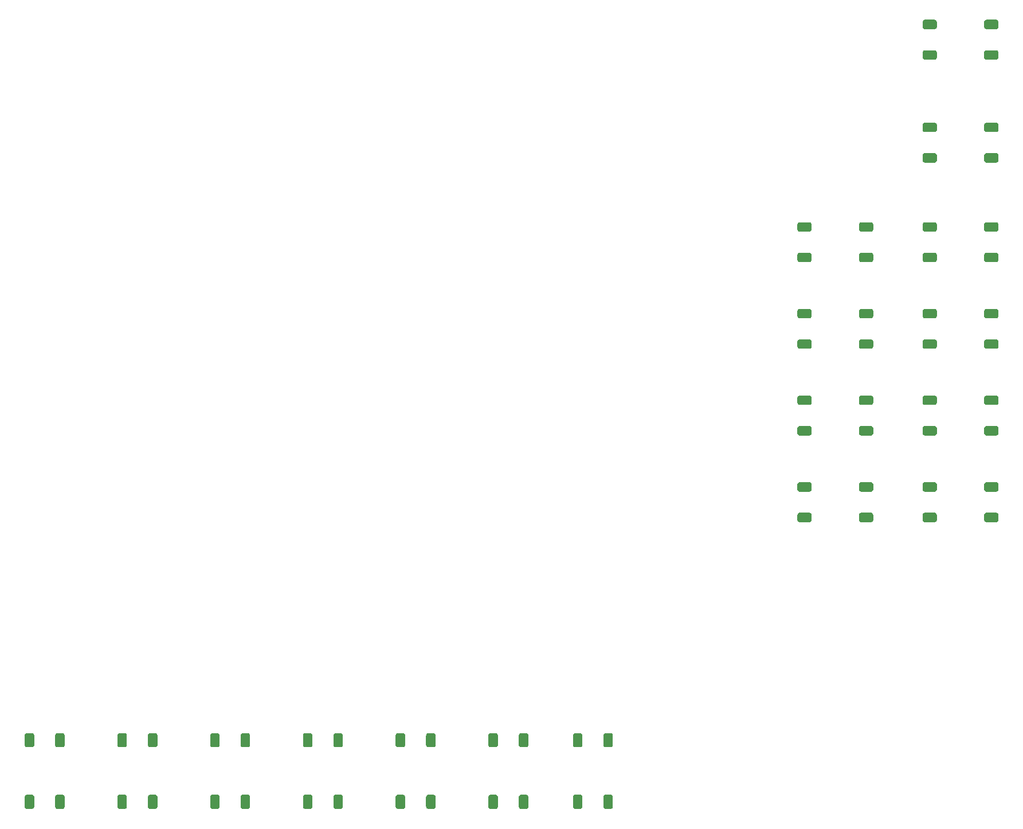
<source format=gtp>
G04 #@! TF.GenerationSoftware,KiCad,Pcbnew,(5.1.5)-3*
G04 #@! TF.CreationDate,2020-04-14T12:17:22+02:00*
G04 #@! TF.ProjectId,piHPSDR_Controller,70694850-5344-4525-9f43-6f6e74726f6c,rev?*
G04 #@! TF.SameCoordinates,Original*
G04 #@! TF.FileFunction,Paste,Top*
G04 #@! TF.FilePolarity,Positive*
%FSLAX46Y46*%
G04 Gerber Fmt 4.6, Leading zero omitted, Abs format (unit mm)*
G04 Created by KiCad (PCBNEW (5.1.5)-3) date 2020-04-14 12:17:22*
%MOMM*%
%LPD*%
G04 APERTURE LIST*
%ADD10C,0.100000*%
G04 APERTURE END LIST*
D10*
G36*
X258084306Y-40151685D02*
G01*
X258118282Y-40156725D01*
X258151600Y-40165071D01*
X258183939Y-40176642D01*
X258214989Y-40191328D01*
X258244450Y-40208986D01*
X258272038Y-40229446D01*
X258297487Y-40252513D01*
X258320554Y-40277962D01*
X258341014Y-40305550D01*
X258358672Y-40335011D01*
X258373358Y-40366061D01*
X258384929Y-40398400D01*
X258393275Y-40431718D01*
X258398315Y-40465694D01*
X258400000Y-40500000D01*
X258400000Y-41200000D01*
X258398315Y-41234306D01*
X258393275Y-41268282D01*
X258384929Y-41301600D01*
X258373358Y-41333939D01*
X258358672Y-41364989D01*
X258341014Y-41394450D01*
X258320554Y-41422038D01*
X258297487Y-41447487D01*
X258272038Y-41470554D01*
X258244450Y-41491014D01*
X258214989Y-41508672D01*
X258183939Y-41523358D01*
X258151600Y-41534929D01*
X258118282Y-41543275D01*
X258084306Y-41548315D01*
X258050000Y-41550000D01*
X256650000Y-41550000D01*
X256615694Y-41548315D01*
X256581718Y-41543275D01*
X256548400Y-41534929D01*
X256516061Y-41523358D01*
X256485011Y-41508672D01*
X256455550Y-41491014D01*
X256427962Y-41470554D01*
X256402513Y-41447487D01*
X256379446Y-41422038D01*
X256358986Y-41394450D01*
X256341328Y-41364989D01*
X256326642Y-41333939D01*
X256315071Y-41301600D01*
X256306725Y-41268282D01*
X256301685Y-41234306D01*
X256300000Y-41200000D01*
X256300000Y-40500000D01*
X256301685Y-40465694D01*
X256306725Y-40431718D01*
X256315071Y-40398400D01*
X256326642Y-40366061D01*
X256341328Y-40335011D01*
X256358986Y-40305550D01*
X256379446Y-40277962D01*
X256402513Y-40252513D01*
X256427962Y-40229446D01*
X256455550Y-40208986D01*
X256485011Y-40191328D01*
X256516061Y-40176642D01*
X256548400Y-40165071D01*
X256581718Y-40156725D01*
X256615694Y-40151685D01*
X256650000Y-40150000D01*
X258050000Y-40150000D01*
X258084306Y-40151685D01*
G37*
G36*
X248984306Y-40151685D02*
G01*
X249018282Y-40156725D01*
X249051600Y-40165071D01*
X249083939Y-40176642D01*
X249114989Y-40191328D01*
X249144450Y-40208986D01*
X249172038Y-40229446D01*
X249197487Y-40252513D01*
X249220554Y-40277962D01*
X249241014Y-40305550D01*
X249258672Y-40335011D01*
X249273358Y-40366061D01*
X249284929Y-40398400D01*
X249293275Y-40431718D01*
X249298315Y-40465694D01*
X249300000Y-40500000D01*
X249300000Y-41200000D01*
X249298315Y-41234306D01*
X249293275Y-41268282D01*
X249284929Y-41301600D01*
X249273358Y-41333939D01*
X249258672Y-41364989D01*
X249241014Y-41394450D01*
X249220554Y-41422038D01*
X249197487Y-41447487D01*
X249172038Y-41470554D01*
X249144450Y-41491014D01*
X249114989Y-41508672D01*
X249083939Y-41523358D01*
X249051600Y-41534929D01*
X249018282Y-41543275D01*
X248984306Y-41548315D01*
X248950000Y-41550000D01*
X247550000Y-41550000D01*
X247515694Y-41548315D01*
X247481718Y-41543275D01*
X247448400Y-41534929D01*
X247416061Y-41523358D01*
X247385011Y-41508672D01*
X247355550Y-41491014D01*
X247327962Y-41470554D01*
X247302513Y-41447487D01*
X247279446Y-41422038D01*
X247258986Y-41394450D01*
X247241328Y-41364989D01*
X247226642Y-41333939D01*
X247215071Y-41301600D01*
X247206725Y-41268282D01*
X247201685Y-41234306D01*
X247200000Y-41200000D01*
X247200000Y-40500000D01*
X247201685Y-40465694D01*
X247206725Y-40431718D01*
X247215071Y-40398400D01*
X247226642Y-40366061D01*
X247241328Y-40335011D01*
X247258986Y-40305550D01*
X247279446Y-40277962D01*
X247302513Y-40252513D01*
X247327962Y-40229446D01*
X247355550Y-40208986D01*
X247385011Y-40191328D01*
X247416061Y-40176642D01*
X247448400Y-40165071D01*
X247481718Y-40156725D01*
X247515694Y-40151685D01*
X247550000Y-40150000D01*
X248950000Y-40150000D01*
X248984306Y-40151685D01*
G37*
G36*
X258084306Y-35651685D02*
G01*
X258118282Y-35656725D01*
X258151600Y-35665071D01*
X258183939Y-35676642D01*
X258214989Y-35691328D01*
X258244450Y-35708986D01*
X258272038Y-35729446D01*
X258297487Y-35752513D01*
X258320554Y-35777962D01*
X258341014Y-35805550D01*
X258358672Y-35835011D01*
X258373358Y-35866061D01*
X258384929Y-35898400D01*
X258393275Y-35931718D01*
X258398315Y-35965694D01*
X258400000Y-36000000D01*
X258400000Y-36700000D01*
X258398315Y-36734306D01*
X258393275Y-36768282D01*
X258384929Y-36801600D01*
X258373358Y-36833939D01*
X258358672Y-36864989D01*
X258341014Y-36894450D01*
X258320554Y-36922038D01*
X258297487Y-36947487D01*
X258272038Y-36970554D01*
X258244450Y-36991014D01*
X258214989Y-37008672D01*
X258183939Y-37023358D01*
X258151600Y-37034929D01*
X258118282Y-37043275D01*
X258084306Y-37048315D01*
X258050000Y-37050000D01*
X256650000Y-37050000D01*
X256615694Y-37048315D01*
X256581718Y-37043275D01*
X256548400Y-37034929D01*
X256516061Y-37023358D01*
X256485011Y-37008672D01*
X256455550Y-36991014D01*
X256427962Y-36970554D01*
X256402513Y-36947487D01*
X256379446Y-36922038D01*
X256358986Y-36894450D01*
X256341328Y-36864989D01*
X256326642Y-36833939D01*
X256315071Y-36801600D01*
X256306725Y-36768282D01*
X256301685Y-36734306D01*
X256300000Y-36700000D01*
X256300000Y-36000000D01*
X256301685Y-35965694D01*
X256306725Y-35931718D01*
X256315071Y-35898400D01*
X256326642Y-35866061D01*
X256341328Y-35835011D01*
X256358986Y-35805550D01*
X256379446Y-35777962D01*
X256402513Y-35752513D01*
X256427962Y-35729446D01*
X256455550Y-35708986D01*
X256485011Y-35691328D01*
X256516061Y-35676642D01*
X256548400Y-35665071D01*
X256581718Y-35656725D01*
X256615694Y-35651685D01*
X256650000Y-35650000D01*
X258050000Y-35650000D01*
X258084306Y-35651685D01*
G37*
G36*
X248984306Y-35651685D02*
G01*
X249018282Y-35656725D01*
X249051600Y-35665071D01*
X249083939Y-35676642D01*
X249114989Y-35691328D01*
X249144450Y-35708986D01*
X249172038Y-35729446D01*
X249197487Y-35752513D01*
X249220554Y-35777962D01*
X249241014Y-35805550D01*
X249258672Y-35835011D01*
X249273358Y-35866061D01*
X249284929Y-35898400D01*
X249293275Y-35931718D01*
X249298315Y-35965694D01*
X249300000Y-36000000D01*
X249300000Y-36700000D01*
X249298315Y-36734306D01*
X249293275Y-36768282D01*
X249284929Y-36801600D01*
X249273358Y-36833939D01*
X249258672Y-36864989D01*
X249241014Y-36894450D01*
X249220554Y-36922038D01*
X249197487Y-36947487D01*
X249172038Y-36970554D01*
X249144450Y-36991014D01*
X249114989Y-37008672D01*
X249083939Y-37023358D01*
X249051600Y-37034929D01*
X249018282Y-37043275D01*
X248984306Y-37048315D01*
X248950000Y-37050000D01*
X247550000Y-37050000D01*
X247515694Y-37048315D01*
X247481718Y-37043275D01*
X247448400Y-37034929D01*
X247416061Y-37023358D01*
X247385011Y-37008672D01*
X247355550Y-36991014D01*
X247327962Y-36970554D01*
X247302513Y-36947487D01*
X247279446Y-36922038D01*
X247258986Y-36894450D01*
X247241328Y-36864989D01*
X247226642Y-36833939D01*
X247215071Y-36801600D01*
X247206725Y-36768282D01*
X247201685Y-36734306D01*
X247200000Y-36700000D01*
X247200000Y-36000000D01*
X247201685Y-35965694D01*
X247206725Y-35931718D01*
X247215071Y-35898400D01*
X247226642Y-35866061D01*
X247241328Y-35835011D01*
X247258986Y-35805550D01*
X247279446Y-35777962D01*
X247302513Y-35752513D01*
X247327962Y-35729446D01*
X247355550Y-35708986D01*
X247385011Y-35691328D01*
X247416061Y-35676642D01*
X247448400Y-35665071D01*
X247481718Y-35656725D01*
X247515694Y-35651685D01*
X247550000Y-35650000D01*
X248950000Y-35650000D01*
X248984306Y-35651685D01*
G37*
G36*
X115634306Y-150101685D02*
G01*
X115668282Y-150106725D01*
X115701600Y-150115071D01*
X115733939Y-150126642D01*
X115764989Y-150141328D01*
X115794450Y-150158986D01*
X115822038Y-150179446D01*
X115847487Y-150202513D01*
X115870554Y-150227962D01*
X115891014Y-150255550D01*
X115908672Y-150285011D01*
X115923358Y-150316061D01*
X115934929Y-150348400D01*
X115943275Y-150381718D01*
X115948315Y-150415694D01*
X115950000Y-150450000D01*
X115950000Y-151850000D01*
X115948315Y-151884306D01*
X115943275Y-151918282D01*
X115934929Y-151951600D01*
X115923358Y-151983939D01*
X115908672Y-152014989D01*
X115891014Y-152044450D01*
X115870554Y-152072038D01*
X115847487Y-152097487D01*
X115822038Y-152120554D01*
X115794450Y-152141014D01*
X115764989Y-152158672D01*
X115733939Y-152173358D01*
X115701600Y-152184929D01*
X115668282Y-152193275D01*
X115634306Y-152198315D01*
X115600000Y-152200000D01*
X114900000Y-152200000D01*
X114865694Y-152198315D01*
X114831718Y-152193275D01*
X114798400Y-152184929D01*
X114766061Y-152173358D01*
X114735011Y-152158672D01*
X114705550Y-152141014D01*
X114677962Y-152120554D01*
X114652513Y-152097487D01*
X114629446Y-152072038D01*
X114608986Y-152044450D01*
X114591328Y-152014989D01*
X114576642Y-151983939D01*
X114565071Y-151951600D01*
X114556725Y-151918282D01*
X114551685Y-151884306D01*
X114550000Y-151850000D01*
X114550000Y-150450000D01*
X114551685Y-150415694D01*
X114556725Y-150381718D01*
X114565071Y-150348400D01*
X114576642Y-150316061D01*
X114591328Y-150285011D01*
X114608986Y-150255550D01*
X114629446Y-150227962D01*
X114652513Y-150202513D01*
X114677962Y-150179446D01*
X114705550Y-150158986D01*
X114735011Y-150141328D01*
X114766061Y-150126642D01*
X114798400Y-150115071D01*
X114831718Y-150106725D01*
X114865694Y-150101685D01*
X114900000Y-150100000D01*
X115600000Y-150100000D01*
X115634306Y-150101685D01*
G37*
G36*
X115634306Y-141001685D02*
G01*
X115668282Y-141006725D01*
X115701600Y-141015071D01*
X115733939Y-141026642D01*
X115764989Y-141041328D01*
X115794450Y-141058986D01*
X115822038Y-141079446D01*
X115847487Y-141102513D01*
X115870554Y-141127962D01*
X115891014Y-141155550D01*
X115908672Y-141185011D01*
X115923358Y-141216061D01*
X115934929Y-141248400D01*
X115943275Y-141281718D01*
X115948315Y-141315694D01*
X115950000Y-141350000D01*
X115950000Y-142750000D01*
X115948315Y-142784306D01*
X115943275Y-142818282D01*
X115934929Y-142851600D01*
X115923358Y-142883939D01*
X115908672Y-142914989D01*
X115891014Y-142944450D01*
X115870554Y-142972038D01*
X115847487Y-142997487D01*
X115822038Y-143020554D01*
X115794450Y-143041014D01*
X115764989Y-143058672D01*
X115733939Y-143073358D01*
X115701600Y-143084929D01*
X115668282Y-143093275D01*
X115634306Y-143098315D01*
X115600000Y-143100000D01*
X114900000Y-143100000D01*
X114865694Y-143098315D01*
X114831718Y-143093275D01*
X114798400Y-143084929D01*
X114766061Y-143073358D01*
X114735011Y-143058672D01*
X114705550Y-143041014D01*
X114677962Y-143020554D01*
X114652513Y-142997487D01*
X114629446Y-142972038D01*
X114608986Y-142944450D01*
X114591328Y-142914989D01*
X114576642Y-142883939D01*
X114565071Y-142851600D01*
X114556725Y-142818282D01*
X114551685Y-142784306D01*
X114550000Y-142750000D01*
X114550000Y-141350000D01*
X114551685Y-141315694D01*
X114556725Y-141281718D01*
X114565071Y-141248400D01*
X114576642Y-141216061D01*
X114591328Y-141185011D01*
X114608986Y-141155550D01*
X114629446Y-141127962D01*
X114652513Y-141102513D01*
X114677962Y-141079446D01*
X114705550Y-141058986D01*
X114735011Y-141041328D01*
X114766061Y-141026642D01*
X114798400Y-141015071D01*
X114831718Y-141006725D01*
X114865694Y-141001685D01*
X114900000Y-141000000D01*
X115600000Y-141000000D01*
X115634306Y-141001685D01*
G37*
G36*
X120134306Y-150101685D02*
G01*
X120168282Y-150106725D01*
X120201600Y-150115071D01*
X120233939Y-150126642D01*
X120264989Y-150141328D01*
X120294450Y-150158986D01*
X120322038Y-150179446D01*
X120347487Y-150202513D01*
X120370554Y-150227962D01*
X120391014Y-150255550D01*
X120408672Y-150285011D01*
X120423358Y-150316061D01*
X120434929Y-150348400D01*
X120443275Y-150381718D01*
X120448315Y-150415694D01*
X120450000Y-150450000D01*
X120450000Y-151850000D01*
X120448315Y-151884306D01*
X120443275Y-151918282D01*
X120434929Y-151951600D01*
X120423358Y-151983939D01*
X120408672Y-152014989D01*
X120391014Y-152044450D01*
X120370554Y-152072038D01*
X120347487Y-152097487D01*
X120322038Y-152120554D01*
X120294450Y-152141014D01*
X120264989Y-152158672D01*
X120233939Y-152173358D01*
X120201600Y-152184929D01*
X120168282Y-152193275D01*
X120134306Y-152198315D01*
X120100000Y-152200000D01*
X119400000Y-152200000D01*
X119365694Y-152198315D01*
X119331718Y-152193275D01*
X119298400Y-152184929D01*
X119266061Y-152173358D01*
X119235011Y-152158672D01*
X119205550Y-152141014D01*
X119177962Y-152120554D01*
X119152513Y-152097487D01*
X119129446Y-152072038D01*
X119108986Y-152044450D01*
X119091328Y-152014989D01*
X119076642Y-151983939D01*
X119065071Y-151951600D01*
X119056725Y-151918282D01*
X119051685Y-151884306D01*
X119050000Y-151850000D01*
X119050000Y-150450000D01*
X119051685Y-150415694D01*
X119056725Y-150381718D01*
X119065071Y-150348400D01*
X119076642Y-150316061D01*
X119091328Y-150285011D01*
X119108986Y-150255550D01*
X119129446Y-150227962D01*
X119152513Y-150202513D01*
X119177962Y-150179446D01*
X119205550Y-150158986D01*
X119235011Y-150141328D01*
X119266061Y-150126642D01*
X119298400Y-150115071D01*
X119331718Y-150106725D01*
X119365694Y-150101685D01*
X119400000Y-150100000D01*
X120100000Y-150100000D01*
X120134306Y-150101685D01*
G37*
G36*
X120134306Y-141001685D02*
G01*
X120168282Y-141006725D01*
X120201600Y-141015071D01*
X120233939Y-141026642D01*
X120264989Y-141041328D01*
X120294450Y-141058986D01*
X120322038Y-141079446D01*
X120347487Y-141102513D01*
X120370554Y-141127962D01*
X120391014Y-141155550D01*
X120408672Y-141185011D01*
X120423358Y-141216061D01*
X120434929Y-141248400D01*
X120443275Y-141281718D01*
X120448315Y-141315694D01*
X120450000Y-141350000D01*
X120450000Y-142750000D01*
X120448315Y-142784306D01*
X120443275Y-142818282D01*
X120434929Y-142851600D01*
X120423358Y-142883939D01*
X120408672Y-142914989D01*
X120391014Y-142944450D01*
X120370554Y-142972038D01*
X120347487Y-142997487D01*
X120322038Y-143020554D01*
X120294450Y-143041014D01*
X120264989Y-143058672D01*
X120233939Y-143073358D01*
X120201600Y-143084929D01*
X120168282Y-143093275D01*
X120134306Y-143098315D01*
X120100000Y-143100000D01*
X119400000Y-143100000D01*
X119365694Y-143098315D01*
X119331718Y-143093275D01*
X119298400Y-143084929D01*
X119266061Y-143073358D01*
X119235011Y-143058672D01*
X119205550Y-143041014D01*
X119177962Y-143020554D01*
X119152513Y-142997487D01*
X119129446Y-142972038D01*
X119108986Y-142944450D01*
X119091328Y-142914989D01*
X119076642Y-142883939D01*
X119065071Y-142851600D01*
X119056725Y-142818282D01*
X119051685Y-142784306D01*
X119050000Y-142750000D01*
X119050000Y-141350000D01*
X119051685Y-141315694D01*
X119056725Y-141281718D01*
X119065071Y-141248400D01*
X119076642Y-141216061D01*
X119091328Y-141185011D01*
X119108986Y-141155550D01*
X119129446Y-141127962D01*
X119152513Y-141102513D01*
X119177962Y-141079446D01*
X119205550Y-141058986D01*
X119235011Y-141041328D01*
X119266061Y-141026642D01*
X119298400Y-141015071D01*
X119331718Y-141006725D01*
X119365694Y-141001685D01*
X119400000Y-141000000D01*
X120100000Y-141000000D01*
X120134306Y-141001685D01*
G37*
G36*
X133834306Y-141001685D02*
G01*
X133868282Y-141006725D01*
X133901600Y-141015071D01*
X133933939Y-141026642D01*
X133964989Y-141041328D01*
X133994450Y-141058986D01*
X134022038Y-141079446D01*
X134047487Y-141102513D01*
X134070554Y-141127962D01*
X134091014Y-141155550D01*
X134108672Y-141185011D01*
X134123358Y-141216061D01*
X134134929Y-141248400D01*
X134143275Y-141281718D01*
X134148315Y-141315694D01*
X134150000Y-141350000D01*
X134150000Y-142750000D01*
X134148315Y-142784306D01*
X134143275Y-142818282D01*
X134134929Y-142851600D01*
X134123358Y-142883939D01*
X134108672Y-142914989D01*
X134091014Y-142944450D01*
X134070554Y-142972038D01*
X134047487Y-142997487D01*
X134022038Y-143020554D01*
X133994450Y-143041014D01*
X133964989Y-143058672D01*
X133933939Y-143073358D01*
X133901600Y-143084929D01*
X133868282Y-143093275D01*
X133834306Y-143098315D01*
X133800000Y-143100000D01*
X133100000Y-143100000D01*
X133065694Y-143098315D01*
X133031718Y-143093275D01*
X132998400Y-143084929D01*
X132966061Y-143073358D01*
X132935011Y-143058672D01*
X132905550Y-143041014D01*
X132877962Y-143020554D01*
X132852513Y-142997487D01*
X132829446Y-142972038D01*
X132808986Y-142944450D01*
X132791328Y-142914989D01*
X132776642Y-142883939D01*
X132765071Y-142851600D01*
X132756725Y-142818282D01*
X132751685Y-142784306D01*
X132750000Y-142750000D01*
X132750000Y-141350000D01*
X132751685Y-141315694D01*
X132756725Y-141281718D01*
X132765071Y-141248400D01*
X132776642Y-141216061D01*
X132791328Y-141185011D01*
X132808986Y-141155550D01*
X132829446Y-141127962D01*
X132852513Y-141102513D01*
X132877962Y-141079446D01*
X132905550Y-141058986D01*
X132935011Y-141041328D01*
X132966061Y-141026642D01*
X132998400Y-141015071D01*
X133031718Y-141006725D01*
X133065694Y-141001685D01*
X133100000Y-141000000D01*
X133800000Y-141000000D01*
X133834306Y-141001685D01*
G37*
G36*
X133834306Y-150101685D02*
G01*
X133868282Y-150106725D01*
X133901600Y-150115071D01*
X133933939Y-150126642D01*
X133964989Y-150141328D01*
X133994450Y-150158986D01*
X134022038Y-150179446D01*
X134047487Y-150202513D01*
X134070554Y-150227962D01*
X134091014Y-150255550D01*
X134108672Y-150285011D01*
X134123358Y-150316061D01*
X134134929Y-150348400D01*
X134143275Y-150381718D01*
X134148315Y-150415694D01*
X134150000Y-150450000D01*
X134150000Y-151850000D01*
X134148315Y-151884306D01*
X134143275Y-151918282D01*
X134134929Y-151951600D01*
X134123358Y-151983939D01*
X134108672Y-152014989D01*
X134091014Y-152044450D01*
X134070554Y-152072038D01*
X134047487Y-152097487D01*
X134022038Y-152120554D01*
X133994450Y-152141014D01*
X133964989Y-152158672D01*
X133933939Y-152173358D01*
X133901600Y-152184929D01*
X133868282Y-152193275D01*
X133834306Y-152198315D01*
X133800000Y-152200000D01*
X133100000Y-152200000D01*
X133065694Y-152198315D01*
X133031718Y-152193275D01*
X132998400Y-152184929D01*
X132966061Y-152173358D01*
X132935011Y-152158672D01*
X132905550Y-152141014D01*
X132877962Y-152120554D01*
X132852513Y-152097487D01*
X132829446Y-152072038D01*
X132808986Y-152044450D01*
X132791328Y-152014989D01*
X132776642Y-151983939D01*
X132765071Y-151951600D01*
X132756725Y-151918282D01*
X132751685Y-151884306D01*
X132750000Y-151850000D01*
X132750000Y-150450000D01*
X132751685Y-150415694D01*
X132756725Y-150381718D01*
X132765071Y-150348400D01*
X132776642Y-150316061D01*
X132791328Y-150285011D01*
X132808986Y-150255550D01*
X132829446Y-150227962D01*
X132852513Y-150202513D01*
X132877962Y-150179446D01*
X132905550Y-150158986D01*
X132935011Y-150141328D01*
X132966061Y-150126642D01*
X132998400Y-150115071D01*
X133031718Y-150106725D01*
X133065694Y-150101685D01*
X133100000Y-150100000D01*
X133800000Y-150100000D01*
X133834306Y-150101685D01*
G37*
G36*
X129334306Y-141001685D02*
G01*
X129368282Y-141006725D01*
X129401600Y-141015071D01*
X129433939Y-141026642D01*
X129464989Y-141041328D01*
X129494450Y-141058986D01*
X129522038Y-141079446D01*
X129547487Y-141102513D01*
X129570554Y-141127962D01*
X129591014Y-141155550D01*
X129608672Y-141185011D01*
X129623358Y-141216061D01*
X129634929Y-141248400D01*
X129643275Y-141281718D01*
X129648315Y-141315694D01*
X129650000Y-141350000D01*
X129650000Y-142750000D01*
X129648315Y-142784306D01*
X129643275Y-142818282D01*
X129634929Y-142851600D01*
X129623358Y-142883939D01*
X129608672Y-142914989D01*
X129591014Y-142944450D01*
X129570554Y-142972038D01*
X129547487Y-142997487D01*
X129522038Y-143020554D01*
X129494450Y-143041014D01*
X129464989Y-143058672D01*
X129433939Y-143073358D01*
X129401600Y-143084929D01*
X129368282Y-143093275D01*
X129334306Y-143098315D01*
X129300000Y-143100000D01*
X128600000Y-143100000D01*
X128565694Y-143098315D01*
X128531718Y-143093275D01*
X128498400Y-143084929D01*
X128466061Y-143073358D01*
X128435011Y-143058672D01*
X128405550Y-143041014D01*
X128377962Y-143020554D01*
X128352513Y-142997487D01*
X128329446Y-142972038D01*
X128308986Y-142944450D01*
X128291328Y-142914989D01*
X128276642Y-142883939D01*
X128265071Y-142851600D01*
X128256725Y-142818282D01*
X128251685Y-142784306D01*
X128250000Y-142750000D01*
X128250000Y-141350000D01*
X128251685Y-141315694D01*
X128256725Y-141281718D01*
X128265071Y-141248400D01*
X128276642Y-141216061D01*
X128291328Y-141185011D01*
X128308986Y-141155550D01*
X128329446Y-141127962D01*
X128352513Y-141102513D01*
X128377962Y-141079446D01*
X128405550Y-141058986D01*
X128435011Y-141041328D01*
X128466061Y-141026642D01*
X128498400Y-141015071D01*
X128531718Y-141006725D01*
X128565694Y-141001685D01*
X128600000Y-141000000D01*
X129300000Y-141000000D01*
X129334306Y-141001685D01*
G37*
G36*
X129334306Y-150101685D02*
G01*
X129368282Y-150106725D01*
X129401600Y-150115071D01*
X129433939Y-150126642D01*
X129464989Y-150141328D01*
X129494450Y-150158986D01*
X129522038Y-150179446D01*
X129547487Y-150202513D01*
X129570554Y-150227962D01*
X129591014Y-150255550D01*
X129608672Y-150285011D01*
X129623358Y-150316061D01*
X129634929Y-150348400D01*
X129643275Y-150381718D01*
X129648315Y-150415694D01*
X129650000Y-150450000D01*
X129650000Y-151850000D01*
X129648315Y-151884306D01*
X129643275Y-151918282D01*
X129634929Y-151951600D01*
X129623358Y-151983939D01*
X129608672Y-152014989D01*
X129591014Y-152044450D01*
X129570554Y-152072038D01*
X129547487Y-152097487D01*
X129522038Y-152120554D01*
X129494450Y-152141014D01*
X129464989Y-152158672D01*
X129433939Y-152173358D01*
X129401600Y-152184929D01*
X129368282Y-152193275D01*
X129334306Y-152198315D01*
X129300000Y-152200000D01*
X128600000Y-152200000D01*
X128565694Y-152198315D01*
X128531718Y-152193275D01*
X128498400Y-152184929D01*
X128466061Y-152173358D01*
X128435011Y-152158672D01*
X128405550Y-152141014D01*
X128377962Y-152120554D01*
X128352513Y-152097487D01*
X128329446Y-152072038D01*
X128308986Y-152044450D01*
X128291328Y-152014989D01*
X128276642Y-151983939D01*
X128265071Y-151951600D01*
X128256725Y-151918282D01*
X128251685Y-151884306D01*
X128250000Y-151850000D01*
X128250000Y-150450000D01*
X128251685Y-150415694D01*
X128256725Y-150381718D01*
X128265071Y-150348400D01*
X128276642Y-150316061D01*
X128291328Y-150285011D01*
X128308986Y-150255550D01*
X128329446Y-150227962D01*
X128352513Y-150202513D01*
X128377962Y-150179446D01*
X128405550Y-150158986D01*
X128435011Y-150141328D01*
X128466061Y-150126642D01*
X128498400Y-150115071D01*
X128531718Y-150106725D01*
X128565694Y-150101685D01*
X128600000Y-150100000D01*
X129300000Y-150100000D01*
X129334306Y-150101685D01*
G37*
G36*
X143034306Y-150101685D02*
G01*
X143068282Y-150106725D01*
X143101600Y-150115071D01*
X143133939Y-150126642D01*
X143164989Y-150141328D01*
X143194450Y-150158986D01*
X143222038Y-150179446D01*
X143247487Y-150202513D01*
X143270554Y-150227962D01*
X143291014Y-150255550D01*
X143308672Y-150285011D01*
X143323358Y-150316061D01*
X143334929Y-150348400D01*
X143343275Y-150381718D01*
X143348315Y-150415694D01*
X143350000Y-150450000D01*
X143350000Y-151850000D01*
X143348315Y-151884306D01*
X143343275Y-151918282D01*
X143334929Y-151951600D01*
X143323358Y-151983939D01*
X143308672Y-152014989D01*
X143291014Y-152044450D01*
X143270554Y-152072038D01*
X143247487Y-152097487D01*
X143222038Y-152120554D01*
X143194450Y-152141014D01*
X143164989Y-152158672D01*
X143133939Y-152173358D01*
X143101600Y-152184929D01*
X143068282Y-152193275D01*
X143034306Y-152198315D01*
X143000000Y-152200000D01*
X142300000Y-152200000D01*
X142265694Y-152198315D01*
X142231718Y-152193275D01*
X142198400Y-152184929D01*
X142166061Y-152173358D01*
X142135011Y-152158672D01*
X142105550Y-152141014D01*
X142077962Y-152120554D01*
X142052513Y-152097487D01*
X142029446Y-152072038D01*
X142008986Y-152044450D01*
X141991328Y-152014989D01*
X141976642Y-151983939D01*
X141965071Y-151951600D01*
X141956725Y-151918282D01*
X141951685Y-151884306D01*
X141950000Y-151850000D01*
X141950000Y-150450000D01*
X141951685Y-150415694D01*
X141956725Y-150381718D01*
X141965071Y-150348400D01*
X141976642Y-150316061D01*
X141991328Y-150285011D01*
X142008986Y-150255550D01*
X142029446Y-150227962D01*
X142052513Y-150202513D01*
X142077962Y-150179446D01*
X142105550Y-150158986D01*
X142135011Y-150141328D01*
X142166061Y-150126642D01*
X142198400Y-150115071D01*
X142231718Y-150106725D01*
X142265694Y-150101685D01*
X142300000Y-150100000D01*
X143000000Y-150100000D01*
X143034306Y-150101685D01*
G37*
G36*
X143034306Y-141001685D02*
G01*
X143068282Y-141006725D01*
X143101600Y-141015071D01*
X143133939Y-141026642D01*
X143164989Y-141041328D01*
X143194450Y-141058986D01*
X143222038Y-141079446D01*
X143247487Y-141102513D01*
X143270554Y-141127962D01*
X143291014Y-141155550D01*
X143308672Y-141185011D01*
X143323358Y-141216061D01*
X143334929Y-141248400D01*
X143343275Y-141281718D01*
X143348315Y-141315694D01*
X143350000Y-141350000D01*
X143350000Y-142750000D01*
X143348315Y-142784306D01*
X143343275Y-142818282D01*
X143334929Y-142851600D01*
X143323358Y-142883939D01*
X143308672Y-142914989D01*
X143291014Y-142944450D01*
X143270554Y-142972038D01*
X143247487Y-142997487D01*
X143222038Y-143020554D01*
X143194450Y-143041014D01*
X143164989Y-143058672D01*
X143133939Y-143073358D01*
X143101600Y-143084929D01*
X143068282Y-143093275D01*
X143034306Y-143098315D01*
X143000000Y-143100000D01*
X142300000Y-143100000D01*
X142265694Y-143098315D01*
X142231718Y-143093275D01*
X142198400Y-143084929D01*
X142166061Y-143073358D01*
X142135011Y-143058672D01*
X142105550Y-143041014D01*
X142077962Y-143020554D01*
X142052513Y-142997487D01*
X142029446Y-142972038D01*
X142008986Y-142944450D01*
X141991328Y-142914989D01*
X141976642Y-142883939D01*
X141965071Y-142851600D01*
X141956725Y-142818282D01*
X141951685Y-142784306D01*
X141950000Y-142750000D01*
X141950000Y-141350000D01*
X141951685Y-141315694D01*
X141956725Y-141281718D01*
X141965071Y-141248400D01*
X141976642Y-141216061D01*
X141991328Y-141185011D01*
X142008986Y-141155550D01*
X142029446Y-141127962D01*
X142052513Y-141102513D01*
X142077962Y-141079446D01*
X142105550Y-141058986D01*
X142135011Y-141041328D01*
X142166061Y-141026642D01*
X142198400Y-141015071D01*
X142231718Y-141006725D01*
X142265694Y-141001685D01*
X142300000Y-141000000D01*
X143000000Y-141000000D01*
X143034306Y-141001685D01*
G37*
G36*
X147534306Y-150101685D02*
G01*
X147568282Y-150106725D01*
X147601600Y-150115071D01*
X147633939Y-150126642D01*
X147664989Y-150141328D01*
X147694450Y-150158986D01*
X147722038Y-150179446D01*
X147747487Y-150202513D01*
X147770554Y-150227962D01*
X147791014Y-150255550D01*
X147808672Y-150285011D01*
X147823358Y-150316061D01*
X147834929Y-150348400D01*
X147843275Y-150381718D01*
X147848315Y-150415694D01*
X147850000Y-150450000D01*
X147850000Y-151850000D01*
X147848315Y-151884306D01*
X147843275Y-151918282D01*
X147834929Y-151951600D01*
X147823358Y-151983939D01*
X147808672Y-152014989D01*
X147791014Y-152044450D01*
X147770554Y-152072038D01*
X147747487Y-152097487D01*
X147722038Y-152120554D01*
X147694450Y-152141014D01*
X147664989Y-152158672D01*
X147633939Y-152173358D01*
X147601600Y-152184929D01*
X147568282Y-152193275D01*
X147534306Y-152198315D01*
X147500000Y-152200000D01*
X146800000Y-152200000D01*
X146765694Y-152198315D01*
X146731718Y-152193275D01*
X146698400Y-152184929D01*
X146666061Y-152173358D01*
X146635011Y-152158672D01*
X146605550Y-152141014D01*
X146577962Y-152120554D01*
X146552513Y-152097487D01*
X146529446Y-152072038D01*
X146508986Y-152044450D01*
X146491328Y-152014989D01*
X146476642Y-151983939D01*
X146465071Y-151951600D01*
X146456725Y-151918282D01*
X146451685Y-151884306D01*
X146450000Y-151850000D01*
X146450000Y-150450000D01*
X146451685Y-150415694D01*
X146456725Y-150381718D01*
X146465071Y-150348400D01*
X146476642Y-150316061D01*
X146491328Y-150285011D01*
X146508986Y-150255550D01*
X146529446Y-150227962D01*
X146552513Y-150202513D01*
X146577962Y-150179446D01*
X146605550Y-150158986D01*
X146635011Y-150141328D01*
X146666061Y-150126642D01*
X146698400Y-150115071D01*
X146731718Y-150106725D01*
X146765694Y-150101685D01*
X146800000Y-150100000D01*
X147500000Y-150100000D01*
X147534306Y-150101685D01*
G37*
G36*
X147534306Y-141001685D02*
G01*
X147568282Y-141006725D01*
X147601600Y-141015071D01*
X147633939Y-141026642D01*
X147664989Y-141041328D01*
X147694450Y-141058986D01*
X147722038Y-141079446D01*
X147747487Y-141102513D01*
X147770554Y-141127962D01*
X147791014Y-141155550D01*
X147808672Y-141185011D01*
X147823358Y-141216061D01*
X147834929Y-141248400D01*
X147843275Y-141281718D01*
X147848315Y-141315694D01*
X147850000Y-141350000D01*
X147850000Y-142750000D01*
X147848315Y-142784306D01*
X147843275Y-142818282D01*
X147834929Y-142851600D01*
X147823358Y-142883939D01*
X147808672Y-142914989D01*
X147791014Y-142944450D01*
X147770554Y-142972038D01*
X147747487Y-142997487D01*
X147722038Y-143020554D01*
X147694450Y-143041014D01*
X147664989Y-143058672D01*
X147633939Y-143073358D01*
X147601600Y-143084929D01*
X147568282Y-143093275D01*
X147534306Y-143098315D01*
X147500000Y-143100000D01*
X146800000Y-143100000D01*
X146765694Y-143098315D01*
X146731718Y-143093275D01*
X146698400Y-143084929D01*
X146666061Y-143073358D01*
X146635011Y-143058672D01*
X146605550Y-143041014D01*
X146577962Y-143020554D01*
X146552513Y-142997487D01*
X146529446Y-142972038D01*
X146508986Y-142944450D01*
X146491328Y-142914989D01*
X146476642Y-142883939D01*
X146465071Y-142851600D01*
X146456725Y-142818282D01*
X146451685Y-142784306D01*
X146450000Y-142750000D01*
X146450000Y-141350000D01*
X146451685Y-141315694D01*
X146456725Y-141281718D01*
X146465071Y-141248400D01*
X146476642Y-141216061D01*
X146491328Y-141185011D01*
X146508986Y-141155550D01*
X146529446Y-141127962D01*
X146552513Y-141102513D01*
X146577962Y-141079446D01*
X146605550Y-141058986D01*
X146635011Y-141041328D01*
X146666061Y-141026642D01*
X146698400Y-141015071D01*
X146731718Y-141006725D01*
X146765694Y-141001685D01*
X146800000Y-141000000D01*
X147500000Y-141000000D01*
X147534306Y-141001685D01*
G37*
G36*
X161234306Y-141001685D02*
G01*
X161268282Y-141006725D01*
X161301600Y-141015071D01*
X161333939Y-141026642D01*
X161364989Y-141041328D01*
X161394450Y-141058986D01*
X161422038Y-141079446D01*
X161447487Y-141102513D01*
X161470554Y-141127962D01*
X161491014Y-141155550D01*
X161508672Y-141185011D01*
X161523358Y-141216061D01*
X161534929Y-141248400D01*
X161543275Y-141281718D01*
X161548315Y-141315694D01*
X161550000Y-141350000D01*
X161550000Y-142750000D01*
X161548315Y-142784306D01*
X161543275Y-142818282D01*
X161534929Y-142851600D01*
X161523358Y-142883939D01*
X161508672Y-142914989D01*
X161491014Y-142944450D01*
X161470554Y-142972038D01*
X161447487Y-142997487D01*
X161422038Y-143020554D01*
X161394450Y-143041014D01*
X161364989Y-143058672D01*
X161333939Y-143073358D01*
X161301600Y-143084929D01*
X161268282Y-143093275D01*
X161234306Y-143098315D01*
X161200000Y-143100000D01*
X160500000Y-143100000D01*
X160465694Y-143098315D01*
X160431718Y-143093275D01*
X160398400Y-143084929D01*
X160366061Y-143073358D01*
X160335011Y-143058672D01*
X160305550Y-143041014D01*
X160277962Y-143020554D01*
X160252513Y-142997487D01*
X160229446Y-142972038D01*
X160208986Y-142944450D01*
X160191328Y-142914989D01*
X160176642Y-142883939D01*
X160165071Y-142851600D01*
X160156725Y-142818282D01*
X160151685Y-142784306D01*
X160150000Y-142750000D01*
X160150000Y-141350000D01*
X160151685Y-141315694D01*
X160156725Y-141281718D01*
X160165071Y-141248400D01*
X160176642Y-141216061D01*
X160191328Y-141185011D01*
X160208986Y-141155550D01*
X160229446Y-141127962D01*
X160252513Y-141102513D01*
X160277962Y-141079446D01*
X160305550Y-141058986D01*
X160335011Y-141041328D01*
X160366061Y-141026642D01*
X160398400Y-141015071D01*
X160431718Y-141006725D01*
X160465694Y-141001685D01*
X160500000Y-141000000D01*
X161200000Y-141000000D01*
X161234306Y-141001685D01*
G37*
G36*
X161234306Y-150101685D02*
G01*
X161268282Y-150106725D01*
X161301600Y-150115071D01*
X161333939Y-150126642D01*
X161364989Y-150141328D01*
X161394450Y-150158986D01*
X161422038Y-150179446D01*
X161447487Y-150202513D01*
X161470554Y-150227962D01*
X161491014Y-150255550D01*
X161508672Y-150285011D01*
X161523358Y-150316061D01*
X161534929Y-150348400D01*
X161543275Y-150381718D01*
X161548315Y-150415694D01*
X161550000Y-150450000D01*
X161550000Y-151850000D01*
X161548315Y-151884306D01*
X161543275Y-151918282D01*
X161534929Y-151951600D01*
X161523358Y-151983939D01*
X161508672Y-152014989D01*
X161491014Y-152044450D01*
X161470554Y-152072038D01*
X161447487Y-152097487D01*
X161422038Y-152120554D01*
X161394450Y-152141014D01*
X161364989Y-152158672D01*
X161333939Y-152173358D01*
X161301600Y-152184929D01*
X161268282Y-152193275D01*
X161234306Y-152198315D01*
X161200000Y-152200000D01*
X160500000Y-152200000D01*
X160465694Y-152198315D01*
X160431718Y-152193275D01*
X160398400Y-152184929D01*
X160366061Y-152173358D01*
X160335011Y-152158672D01*
X160305550Y-152141014D01*
X160277962Y-152120554D01*
X160252513Y-152097487D01*
X160229446Y-152072038D01*
X160208986Y-152044450D01*
X160191328Y-152014989D01*
X160176642Y-151983939D01*
X160165071Y-151951600D01*
X160156725Y-151918282D01*
X160151685Y-151884306D01*
X160150000Y-151850000D01*
X160150000Y-150450000D01*
X160151685Y-150415694D01*
X160156725Y-150381718D01*
X160165071Y-150348400D01*
X160176642Y-150316061D01*
X160191328Y-150285011D01*
X160208986Y-150255550D01*
X160229446Y-150227962D01*
X160252513Y-150202513D01*
X160277962Y-150179446D01*
X160305550Y-150158986D01*
X160335011Y-150141328D01*
X160366061Y-150126642D01*
X160398400Y-150115071D01*
X160431718Y-150106725D01*
X160465694Y-150101685D01*
X160500000Y-150100000D01*
X161200000Y-150100000D01*
X161234306Y-150101685D01*
G37*
G36*
X156734306Y-141001685D02*
G01*
X156768282Y-141006725D01*
X156801600Y-141015071D01*
X156833939Y-141026642D01*
X156864989Y-141041328D01*
X156894450Y-141058986D01*
X156922038Y-141079446D01*
X156947487Y-141102513D01*
X156970554Y-141127962D01*
X156991014Y-141155550D01*
X157008672Y-141185011D01*
X157023358Y-141216061D01*
X157034929Y-141248400D01*
X157043275Y-141281718D01*
X157048315Y-141315694D01*
X157050000Y-141350000D01*
X157050000Y-142750000D01*
X157048315Y-142784306D01*
X157043275Y-142818282D01*
X157034929Y-142851600D01*
X157023358Y-142883939D01*
X157008672Y-142914989D01*
X156991014Y-142944450D01*
X156970554Y-142972038D01*
X156947487Y-142997487D01*
X156922038Y-143020554D01*
X156894450Y-143041014D01*
X156864989Y-143058672D01*
X156833939Y-143073358D01*
X156801600Y-143084929D01*
X156768282Y-143093275D01*
X156734306Y-143098315D01*
X156700000Y-143100000D01*
X156000000Y-143100000D01*
X155965694Y-143098315D01*
X155931718Y-143093275D01*
X155898400Y-143084929D01*
X155866061Y-143073358D01*
X155835011Y-143058672D01*
X155805550Y-143041014D01*
X155777962Y-143020554D01*
X155752513Y-142997487D01*
X155729446Y-142972038D01*
X155708986Y-142944450D01*
X155691328Y-142914989D01*
X155676642Y-142883939D01*
X155665071Y-142851600D01*
X155656725Y-142818282D01*
X155651685Y-142784306D01*
X155650000Y-142750000D01*
X155650000Y-141350000D01*
X155651685Y-141315694D01*
X155656725Y-141281718D01*
X155665071Y-141248400D01*
X155676642Y-141216061D01*
X155691328Y-141185011D01*
X155708986Y-141155550D01*
X155729446Y-141127962D01*
X155752513Y-141102513D01*
X155777962Y-141079446D01*
X155805550Y-141058986D01*
X155835011Y-141041328D01*
X155866061Y-141026642D01*
X155898400Y-141015071D01*
X155931718Y-141006725D01*
X155965694Y-141001685D01*
X156000000Y-141000000D01*
X156700000Y-141000000D01*
X156734306Y-141001685D01*
G37*
G36*
X156734306Y-150101685D02*
G01*
X156768282Y-150106725D01*
X156801600Y-150115071D01*
X156833939Y-150126642D01*
X156864989Y-150141328D01*
X156894450Y-150158986D01*
X156922038Y-150179446D01*
X156947487Y-150202513D01*
X156970554Y-150227962D01*
X156991014Y-150255550D01*
X157008672Y-150285011D01*
X157023358Y-150316061D01*
X157034929Y-150348400D01*
X157043275Y-150381718D01*
X157048315Y-150415694D01*
X157050000Y-150450000D01*
X157050000Y-151850000D01*
X157048315Y-151884306D01*
X157043275Y-151918282D01*
X157034929Y-151951600D01*
X157023358Y-151983939D01*
X157008672Y-152014989D01*
X156991014Y-152044450D01*
X156970554Y-152072038D01*
X156947487Y-152097487D01*
X156922038Y-152120554D01*
X156894450Y-152141014D01*
X156864989Y-152158672D01*
X156833939Y-152173358D01*
X156801600Y-152184929D01*
X156768282Y-152193275D01*
X156734306Y-152198315D01*
X156700000Y-152200000D01*
X156000000Y-152200000D01*
X155965694Y-152198315D01*
X155931718Y-152193275D01*
X155898400Y-152184929D01*
X155866061Y-152173358D01*
X155835011Y-152158672D01*
X155805550Y-152141014D01*
X155777962Y-152120554D01*
X155752513Y-152097487D01*
X155729446Y-152072038D01*
X155708986Y-152044450D01*
X155691328Y-152014989D01*
X155676642Y-151983939D01*
X155665071Y-151951600D01*
X155656725Y-151918282D01*
X155651685Y-151884306D01*
X155650000Y-151850000D01*
X155650000Y-150450000D01*
X155651685Y-150415694D01*
X155656725Y-150381718D01*
X155665071Y-150348400D01*
X155676642Y-150316061D01*
X155691328Y-150285011D01*
X155708986Y-150255550D01*
X155729446Y-150227962D01*
X155752513Y-150202513D01*
X155777962Y-150179446D01*
X155805550Y-150158986D01*
X155835011Y-150141328D01*
X155866061Y-150126642D01*
X155898400Y-150115071D01*
X155931718Y-150106725D01*
X155965694Y-150101685D01*
X156000000Y-150100000D01*
X156700000Y-150100000D01*
X156734306Y-150101685D01*
G37*
G36*
X258084306Y-82851685D02*
G01*
X258118282Y-82856725D01*
X258151600Y-82865071D01*
X258183939Y-82876642D01*
X258214989Y-82891328D01*
X258244450Y-82908986D01*
X258272038Y-82929446D01*
X258297487Y-82952513D01*
X258320554Y-82977962D01*
X258341014Y-83005550D01*
X258358672Y-83035011D01*
X258373358Y-83066061D01*
X258384929Y-83098400D01*
X258393275Y-83131718D01*
X258398315Y-83165694D01*
X258400000Y-83200000D01*
X258400000Y-83900000D01*
X258398315Y-83934306D01*
X258393275Y-83968282D01*
X258384929Y-84001600D01*
X258373358Y-84033939D01*
X258358672Y-84064989D01*
X258341014Y-84094450D01*
X258320554Y-84122038D01*
X258297487Y-84147487D01*
X258272038Y-84170554D01*
X258244450Y-84191014D01*
X258214989Y-84208672D01*
X258183939Y-84223358D01*
X258151600Y-84234929D01*
X258118282Y-84243275D01*
X258084306Y-84248315D01*
X258050000Y-84250000D01*
X256650000Y-84250000D01*
X256615694Y-84248315D01*
X256581718Y-84243275D01*
X256548400Y-84234929D01*
X256516061Y-84223358D01*
X256485011Y-84208672D01*
X256455550Y-84191014D01*
X256427962Y-84170554D01*
X256402513Y-84147487D01*
X256379446Y-84122038D01*
X256358986Y-84094450D01*
X256341328Y-84064989D01*
X256326642Y-84033939D01*
X256315071Y-84001600D01*
X256306725Y-83968282D01*
X256301685Y-83934306D01*
X256300000Y-83900000D01*
X256300000Y-83200000D01*
X256301685Y-83165694D01*
X256306725Y-83131718D01*
X256315071Y-83098400D01*
X256326642Y-83066061D01*
X256341328Y-83035011D01*
X256358986Y-83005550D01*
X256379446Y-82977962D01*
X256402513Y-82952513D01*
X256427962Y-82929446D01*
X256455550Y-82908986D01*
X256485011Y-82891328D01*
X256516061Y-82876642D01*
X256548400Y-82865071D01*
X256581718Y-82856725D01*
X256615694Y-82851685D01*
X256650000Y-82850000D01*
X258050000Y-82850000D01*
X258084306Y-82851685D01*
G37*
G36*
X248984306Y-82851685D02*
G01*
X249018282Y-82856725D01*
X249051600Y-82865071D01*
X249083939Y-82876642D01*
X249114989Y-82891328D01*
X249144450Y-82908986D01*
X249172038Y-82929446D01*
X249197487Y-82952513D01*
X249220554Y-82977962D01*
X249241014Y-83005550D01*
X249258672Y-83035011D01*
X249273358Y-83066061D01*
X249284929Y-83098400D01*
X249293275Y-83131718D01*
X249298315Y-83165694D01*
X249300000Y-83200000D01*
X249300000Y-83900000D01*
X249298315Y-83934306D01*
X249293275Y-83968282D01*
X249284929Y-84001600D01*
X249273358Y-84033939D01*
X249258672Y-84064989D01*
X249241014Y-84094450D01*
X249220554Y-84122038D01*
X249197487Y-84147487D01*
X249172038Y-84170554D01*
X249144450Y-84191014D01*
X249114989Y-84208672D01*
X249083939Y-84223358D01*
X249051600Y-84234929D01*
X249018282Y-84243275D01*
X248984306Y-84248315D01*
X248950000Y-84250000D01*
X247550000Y-84250000D01*
X247515694Y-84248315D01*
X247481718Y-84243275D01*
X247448400Y-84234929D01*
X247416061Y-84223358D01*
X247385011Y-84208672D01*
X247355550Y-84191014D01*
X247327962Y-84170554D01*
X247302513Y-84147487D01*
X247279446Y-84122038D01*
X247258986Y-84094450D01*
X247241328Y-84064989D01*
X247226642Y-84033939D01*
X247215071Y-84001600D01*
X247206725Y-83968282D01*
X247201685Y-83934306D01*
X247200000Y-83900000D01*
X247200000Y-83200000D01*
X247201685Y-83165694D01*
X247206725Y-83131718D01*
X247215071Y-83098400D01*
X247226642Y-83066061D01*
X247241328Y-83035011D01*
X247258986Y-83005550D01*
X247279446Y-82977962D01*
X247302513Y-82952513D01*
X247327962Y-82929446D01*
X247355550Y-82908986D01*
X247385011Y-82891328D01*
X247416061Y-82876642D01*
X247448400Y-82865071D01*
X247481718Y-82856725D01*
X247515694Y-82851685D01*
X247550000Y-82850000D01*
X248950000Y-82850000D01*
X248984306Y-82851685D01*
G37*
G36*
X258084306Y-78351685D02*
G01*
X258118282Y-78356725D01*
X258151600Y-78365071D01*
X258183939Y-78376642D01*
X258214989Y-78391328D01*
X258244450Y-78408986D01*
X258272038Y-78429446D01*
X258297487Y-78452513D01*
X258320554Y-78477962D01*
X258341014Y-78505550D01*
X258358672Y-78535011D01*
X258373358Y-78566061D01*
X258384929Y-78598400D01*
X258393275Y-78631718D01*
X258398315Y-78665694D01*
X258400000Y-78700000D01*
X258400000Y-79400000D01*
X258398315Y-79434306D01*
X258393275Y-79468282D01*
X258384929Y-79501600D01*
X258373358Y-79533939D01*
X258358672Y-79564989D01*
X258341014Y-79594450D01*
X258320554Y-79622038D01*
X258297487Y-79647487D01*
X258272038Y-79670554D01*
X258244450Y-79691014D01*
X258214989Y-79708672D01*
X258183939Y-79723358D01*
X258151600Y-79734929D01*
X258118282Y-79743275D01*
X258084306Y-79748315D01*
X258050000Y-79750000D01*
X256650000Y-79750000D01*
X256615694Y-79748315D01*
X256581718Y-79743275D01*
X256548400Y-79734929D01*
X256516061Y-79723358D01*
X256485011Y-79708672D01*
X256455550Y-79691014D01*
X256427962Y-79670554D01*
X256402513Y-79647487D01*
X256379446Y-79622038D01*
X256358986Y-79594450D01*
X256341328Y-79564989D01*
X256326642Y-79533939D01*
X256315071Y-79501600D01*
X256306725Y-79468282D01*
X256301685Y-79434306D01*
X256300000Y-79400000D01*
X256300000Y-78700000D01*
X256301685Y-78665694D01*
X256306725Y-78631718D01*
X256315071Y-78598400D01*
X256326642Y-78566061D01*
X256341328Y-78535011D01*
X256358986Y-78505550D01*
X256379446Y-78477962D01*
X256402513Y-78452513D01*
X256427962Y-78429446D01*
X256455550Y-78408986D01*
X256485011Y-78391328D01*
X256516061Y-78376642D01*
X256548400Y-78365071D01*
X256581718Y-78356725D01*
X256615694Y-78351685D01*
X256650000Y-78350000D01*
X258050000Y-78350000D01*
X258084306Y-78351685D01*
G37*
G36*
X248984306Y-78351685D02*
G01*
X249018282Y-78356725D01*
X249051600Y-78365071D01*
X249083939Y-78376642D01*
X249114989Y-78391328D01*
X249144450Y-78408986D01*
X249172038Y-78429446D01*
X249197487Y-78452513D01*
X249220554Y-78477962D01*
X249241014Y-78505550D01*
X249258672Y-78535011D01*
X249273358Y-78566061D01*
X249284929Y-78598400D01*
X249293275Y-78631718D01*
X249298315Y-78665694D01*
X249300000Y-78700000D01*
X249300000Y-79400000D01*
X249298315Y-79434306D01*
X249293275Y-79468282D01*
X249284929Y-79501600D01*
X249273358Y-79533939D01*
X249258672Y-79564989D01*
X249241014Y-79594450D01*
X249220554Y-79622038D01*
X249197487Y-79647487D01*
X249172038Y-79670554D01*
X249144450Y-79691014D01*
X249114989Y-79708672D01*
X249083939Y-79723358D01*
X249051600Y-79734929D01*
X249018282Y-79743275D01*
X248984306Y-79748315D01*
X248950000Y-79750000D01*
X247550000Y-79750000D01*
X247515694Y-79748315D01*
X247481718Y-79743275D01*
X247448400Y-79734929D01*
X247416061Y-79723358D01*
X247385011Y-79708672D01*
X247355550Y-79691014D01*
X247327962Y-79670554D01*
X247302513Y-79647487D01*
X247279446Y-79622038D01*
X247258986Y-79594450D01*
X247241328Y-79564989D01*
X247226642Y-79533939D01*
X247215071Y-79501600D01*
X247206725Y-79468282D01*
X247201685Y-79434306D01*
X247200000Y-79400000D01*
X247200000Y-78700000D01*
X247201685Y-78665694D01*
X247206725Y-78631718D01*
X247215071Y-78598400D01*
X247226642Y-78566061D01*
X247241328Y-78535011D01*
X247258986Y-78505550D01*
X247279446Y-78477962D01*
X247302513Y-78452513D01*
X247327962Y-78429446D01*
X247355550Y-78408986D01*
X247385011Y-78391328D01*
X247416061Y-78376642D01*
X247448400Y-78365071D01*
X247481718Y-78356725D01*
X247515694Y-78351685D01*
X247550000Y-78350000D01*
X248950000Y-78350000D01*
X248984306Y-78351685D01*
G37*
G36*
X230484306Y-91151685D02*
G01*
X230518282Y-91156725D01*
X230551600Y-91165071D01*
X230583939Y-91176642D01*
X230614989Y-91191328D01*
X230644450Y-91208986D01*
X230672038Y-91229446D01*
X230697487Y-91252513D01*
X230720554Y-91277962D01*
X230741014Y-91305550D01*
X230758672Y-91335011D01*
X230773358Y-91366061D01*
X230784929Y-91398400D01*
X230793275Y-91431718D01*
X230798315Y-91465694D01*
X230800000Y-91500000D01*
X230800000Y-92200000D01*
X230798315Y-92234306D01*
X230793275Y-92268282D01*
X230784929Y-92301600D01*
X230773358Y-92333939D01*
X230758672Y-92364989D01*
X230741014Y-92394450D01*
X230720554Y-92422038D01*
X230697487Y-92447487D01*
X230672038Y-92470554D01*
X230644450Y-92491014D01*
X230614989Y-92508672D01*
X230583939Y-92523358D01*
X230551600Y-92534929D01*
X230518282Y-92543275D01*
X230484306Y-92548315D01*
X230450000Y-92550000D01*
X229050000Y-92550000D01*
X229015694Y-92548315D01*
X228981718Y-92543275D01*
X228948400Y-92534929D01*
X228916061Y-92523358D01*
X228885011Y-92508672D01*
X228855550Y-92491014D01*
X228827962Y-92470554D01*
X228802513Y-92447487D01*
X228779446Y-92422038D01*
X228758986Y-92394450D01*
X228741328Y-92364989D01*
X228726642Y-92333939D01*
X228715071Y-92301600D01*
X228706725Y-92268282D01*
X228701685Y-92234306D01*
X228700000Y-92200000D01*
X228700000Y-91500000D01*
X228701685Y-91465694D01*
X228706725Y-91431718D01*
X228715071Y-91398400D01*
X228726642Y-91366061D01*
X228741328Y-91335011D01*
X228758986Y-91305550D01*
X228779446Y-91277962D01*
X228802513Y-91252513D01*
X228827962Y-91229446D01*
X228855550Y-91208986D01*
X228885011Y-91191328D01*
X228916061Y-91176642D01*
X228948400Y-91165071D01*
X228981718Y-91156725D01*
X229015694Y-91151685D01*
X229050000Y-91150000D01*
X230450000Y-91150000D01*
X230484306Y-91151685D01*
G37*
G36*
X239584306Y-91151685D02*
G01*
X239618282Y-91156725D01*
X239651600Y-91165071D01*
X239683939Y-91176642D01*
X239714989Y-91191328D01*
X239744450Y-91208986D01*
X239772038Y-91229446D01*
X239797487Y-91252513D01*
X239820554Y-91277962D01*
X239841014Y-91305550D01*
X239858672Y-91335011D01*
X239873358Y-91366061D01*
X239884929Y-91398400D01*
X239893275Y-91431718D01*
X239898315Y-91465694D01*
X239900000Y-91500000D01*
X239900000Y-92200000D01*
X239898315Y-92234306D01*
X239893275Y-92268282D01*
X239884929Y-92301600D01*
X239873358Y-92333939D01*
X239858672Y-92364989D01*
X239841014Y-92394450D01*
X239820554Y-92422038D01*
X239797487Y-92447487D01*
X239772038Y-92470554D01*
X239744450Y-92491014D01*
X239714989Y-92508672D01*
X239683939Y-92523358D01*
X239651600Y-92534929D01*
X239618282Y-92543275D01*
X239584306Y-92548315D01*
X239550000Y-92550000D01*
X238150000Y-92550000D01*
X238115694Y-92548315D01*
X238081718Y-92543275D01*
X238048400Y-92534929D01*
X238016061Y-92523358D01*
X237985011Y-92508672D01*
X237955550Y-92491014D01*
X237927962Y-92470554D01*
X237902513Y-92447487D01*
X237879446Y-92422038D01*
X237858986Y-92394450D01*
X237841328Y-92364989D01*
X237826642Y-92333939D01*
X237815071Y-92301600D01*
X237806725Y-92268282D01*
X237801685Y-92234306D01*
X237800000Y-92200000D01*
X237800000Y-91500000D01*
X237801685Y-91465694D01*
X237806725Y-91431718D01*
X237815071Y-91398400D01*
X237826642Y-91366061D01*
X237841328Y-91335011D01*
X237858986Y-91305550D01*
X237879446Y-91277962D01*
X237902513Y-91252513D01*
X237927962Y-91229446D01*
X237955550Y-91208986D01*
X237985011Y-91191328D01*
X238016061Y-91176642D01*
X238048400Y-91165071D01*
X238081718Y-91156725D01*
X238115694Y-91151685D01*
X238150000Y-91150000D01*
X239550000Y-91150000D01*
X239584306Y-91151685D01*
G37*
G36*
X230484306Y-95651685D02*
G01*
X230518282Y-95656725D01*
X230551600Y-95665071D01*
X230583939Y-95676642D01*
X230614989Y-95691328D01*
X230644450Y-95708986D01*
X230672038Y-95729446D01*
X230697487Y-95752513D01*
X230720554Y-95777962D01*
X230741014Y-95805550D01*
X230758672Y-95835011D01*
X230773358Y-95866061D01*
X230784929Y-95898400D01*
X230793275Y-95931718D01*
X230798315Y-95965694D01*
X230800000Y-96000000D01*
X230800000Y-96700000D01*
X230798315Y-96734306D01*
X230793275Y-96768282D01*
X230784929Y-96801600D01*
X230773358Y-96833939D01*
X230758672Y-96864989D01*
X230741014Y-96894450D01*
X230720554Y-96922038D01*
X230697487Y-96947487D01*
X230672038Y-96970554D01*
X230644450Y-96991014D01*
X230614989Y-97008672D01*
X230583939Y-97023358D01*
X230551600Y-97034929D01*
X230518282Y-97043275D01*
X230484306Y-97048315D01*
X230450000Y-97050000D01*
X229050000Y-97050000D01*
X229015694Y-97048315D01*
X228981718Y-97043275D01*
X228948400Y-97034929D01*
X228916061Y-97023358D01*
X228885011Y-97008672D01*
X228855550Y-96991014D01*
X228827962Y-96970554D01*
X228802513Y-96947487D01*
X228779446Y-96922038D01*
X228758986Y-96894450D01*
X228741328Y-96864989D01*
X228726642Y-96833939D01*
X228715071Y-96801600D01*
X228706725Y-96768282D01*
X228701685Y-96734306D01*
X228700000Y-96700000D01*
X228700000Y-96000000D01*
X228701685Y-95965694D01*
X228706725Y-95931718D01*
X228715071Y-95898400D01*
X228726642Y-95866061D01*
X228741328Y-95835011D01*
X228758986Y-95805550D01*
X228779446Y-95777962D01*
X228802513Y-95752513D01*
X228827962Y-95729446D01*
X228855550Y-95708986D01*
X228885011Y-95691328D01*
X228916061Y-95676642D01*
X228948400Y-95665071D01*
X228981718Y-95656725D01*
X229015694Y-95651685D01*
X229050000Y-95650000D01*
X230450000Y-95650000D01*
X230484306Y-95651685D01*
G37*
G36*
X239584306Y-95651685D02*
G01*
X239618282Y-95656725D01*
X239651600Y-95665071D01*
X239683939Y-95676642D01*
X239714989Y-95691328D01*
X239744450Y-95708986D01*
X239772038Y-95729446D01*
X239797487Y-95752513D01*
X239820554Y-95777962D01*
X239841014Y-95805550D01*
X239858672Y-95835011D01*
X239873358Y-95866061D01*
X239884929Y-95898400D01*
X239893275Y-95931718D01*
X239898315Y-95965694D01*
X239900000Y-96000000D01*
X239900000Y-96700000D01*
X239898315Y-96734306D01*
X239893275Y-96768282D01*
X239884929Y-96801600D01*
X239873358Y-96833939D01*
X239858672Y-96864989D01*
X239841014Y-96894450D01*
X239820554Y-96922038D01*
X239797487Y-96947487D01*
X239772038Y-96970554D01*
X239744450Y-96991014D01*
X239714989Y-97008672D01*
X239683939Y-97023358D01*
X239651600Y-97034929D01*
X239618282Y-97043275D01*
X239584306Y-97048315D01*
X239550000Y-97050000D01*
X238150000Y-97050000D01*
X238115694Y-97048315D01*
X238081718Y-97043275D01*
X238048400Y-97034929D01*
X238016061Y-97023358D01*
X237985011Y-97008672D01*
X237955550Y-96991014D01*
X237927962Y-96970554D01*
X237902513Y-96947487D01*
X237879446Y-96922038D01*
X237858986Y-96894450D01*
X237841328Y-96864989D01*
X237826642Y-96833939D01*
X237815071Y-96801600D01*
X237806725Y-96768282D01*
X237801685Y-96734306D01*
X237800000Y-96700000D01*
X237800000Y-96000000D01*
X237801685Y-95965694D01*
X237806725Y-95931718D01*
X237815071Y-95898400D01*
X237826642Y-95866061D01*
X237841328Y-95835011D01*
X237858986Y-95805550D01*
X237879446Y-95777962D01*
X237902513Y-95752513D01*
X237927962Y-95729446D01*
X237955550Y-95708986D01*
X237985011Y-95691328D01*
X238016061Y-95676642D01*
X238048400Y-95665071D01*
X238081718Y-95656725D01*
X238115694Y-95651685D01*
X238150000Y-95650000D01*
X239550000Y-95650000D01*
X239584306Y-95651685D01*
G37*
G36*
X258084306Y-95651685D02*
G01*
X258118282Y-95656725D01*
X258151600Y-95665071D01*
X258183939Y-95676642D01*
X258214989Y-95691328D01*
X258244450Y-95708986D01*
X258272038Y-95729446D01*
X258297487Y-95752513D01*
X258320554Y-95777962D01*
X258341014Y-95805550D01*
X258358672Y-95835011D01*
X258373358Y-95866061D01*
X258384929Y-95898400D01*
X258393275Y-95931718D01*
X258398315Y-95965694D01*
X258400000Y-96000000D01*
X258400000Y-96700000D01*
X258398315Y-96734306D01*
X258393275Y-96768282D01*
X258384929Y-96801600D01*
X258373358Y-96833939D01*
X258358672Y-96864989D01*
X258341014Y-96894450D01*
X258320554Y-96922038D01*
X258297487Y-96947487D01*
X258272038Y-96970554D01*
X258244450Y-96991014D01*
X258214989Y-97008672D01*
X258183939Y-97023358D01*
X258151600Y-97034929D01*
X258118282Y-97043275D01*
X258084306Y-97048315D01*
X258050000Y-97050000D01*
X256650000Y-97050000D01*
X256615694Y-97048315D01*
X256581718Y-97043275D01*
X256548400Y-97034929D01*
X256516061Y-97023358D01*
X256485011Y-97008672D01*
X256455550Y-96991014D01*
X256427962Y-96970554D01*
X256402513Y-96947487D01*
X256379446Y-96922038D01*
X256358986Y-96894450D01*
X256341328Y-96864989D01*
X256326642Y-96833939D01*
X256315071Y-96801600D01*
X256306725Y-96768282D01*
X256301685Y-96734306D01*
X256300000Y-96700000D01*
X256300000Y-96000000D01*
X256301685Y-95965694D01*
X256306725Y-95931718D01*
X256315071Y-95898400D01*
X256326642Y-95866061D01*
X256341328Y-95835011D01*
X256358986Y-95805550D01*
X256379446Y-95777962D01*
X256402513Y-95752513D01*
X256427962Y-95729446D01*
X256455550Y-95708986D01*
X256485011Y-95691328D01*
X256516061Y-95676642D01*
X256548400Y-95665071D01*
X256581718Y-95656725D01*
X256615694Y-95651685D01*
X256650000Y-95650000D01*
X258050000Y-95650000D01*
X258084306Y-95651685D01*
G37*
G36*
X248984306Y-95651685D02*
G01*
X249018282Y-95656725D01*
X249051600Y-95665071D01*
X249083939Y-95676642D01*
X249114989Y-95691328D01*
X249144450Y-95708986D01*
X249172038Y-95729446D01*
X249197487Y-95752513D01*
X249220554Y-95777962D01*
X249241014Y-95805550D01*
X249258672Y-95835011D01*
X249273358Y-95866061D01*
X249284929Y-95898400D01*
X249293275Y-95931718D01*
X249298315Y-95965694D01*
X249300000Y-96000000D01*
X249300000Y-96700000D01*
X249298315Y-96734306D01*
X249293275Y-96768282D01*
X249284929Y-96801600D01*
X249273358Y-96833939D01*
X249258672Y-96864989D01*
X249241014Y-96894450D01*
X249220554Y-96922038D01*
X249197487Y-96947487D01*
X249172038Y-96970554D01*
X249144450Y-96991014D01*
X249114989Y-97008672D01*
X249083939Y-97023358D01*
X249051600Y-97034929D01*
X249018282Y-97043275D01*
X248984306Y-97048315D01*
X248950000Y-97050000D01*
X247550000Y-97050000D01*
X247515694Y-97048315D01*
X247481718Y-97043275D01*
X247448400Y-97034929D01*
X247416061Y-97023358D01*
X247385011Y-97008672D01*
X247355550Y-96991014D01*
X247327962Y-96970554D01*
X247302513Y-96947487D01*
X247279446Y-96922038D01*
X247258986Y-96894450D01*
X247241328Y-96864989D01*
X247226642Y-96833939D01*
X247215071Y-96801600D01*
X247206725Y-96768282D01*
X247201685Y-96734306D01*
X247200000Y-96700000D01*
X247200000Y-96000000D01*
X247201685Y-95965694D01*
X247206725Y-95931718D01*
X247215071Y-95898400D01*
X247226642Y-95866061D01*
X247241328Y-95835011D01*
X247258986Y-95805550D01*
X247279446Y-95777962D01*
X247302513Y-95752513D01*
X247327962Y-95729446D01*
X247355550Y-95708986D01*
X247385011Y-95691328D01*
X247416061Y-95676642D01*
X247448400Y-95665071D01*
X247481718Y-95656725D01*
X247515694Y-95651685D01*
X247550000Y-95650000D01*
X248950000Y-95650000D01*
X248984306Y-95651685D01*
G37*
G36*
X258084306Y-91151685D02*
G01*
X258118282Y-91156725D01*
X258151600Y-91165071D01*
X258183939Y-91176642D01*
X258214989Y-91191328D01*
X258244450Y-91208986D01*
X258272038Y-91229446D01*
X258297487Y-91252513D01*
X258320554Y-91277962D01*
X258341014Y-91305550D01*
X258358672Y-91335011D01*
X258373358Y-91366061D01*
X258384929Y-91398400D01*
X258393275Y-91431718D01*
X258398315Y-91465694D01*
X258400000Y-91500000D01*
X258400000Y-92200000D01*
X258398315Y-92234306D01*
X258393275Y-92268282D01*
X258384929Y-92301600D01*
X258373358Y-92333939D01*
X258358672Y-92364989D01*
X258341014Y-92394450D01*
X258320554Y-92422038D01*
X258297487Y-92447487D01*
X258272038Y-92470554D01*
X258244450Y-92491014D01*
X258214989Y-92508672D01*
X258183939Y-92523358D01*
X258151600Y-92534929D01*
X258118282Y-92543275D01*
X258084306Y-92548315D01*
X258050000Y-92550000D01*
X256650000Y-92550000D01*
X256615694Y-92548315D01*
X256581718Y-92543275D01*
X256548400Y-92534929D01*
X256516061Y-92523358D01*
X256485011Y-92508672D01*
X256455550Y-92491014D01*
X256427962Y-92470554D01*
X256402513Y-92447487D01*
X256379446Y-92422038D01*
X256358986Y-92394450D01*
X256341328Y-92364989D01*
X256326642Y-92333939D01*
X256315071Y-92301600D01*
X256306725Y-92268282D01*
X256301685Y-92234306D01*
X256300000Y-92200000D01*
X256300000Y-91500000D01*
X256301685Y-91465694D01*
X256306725Y-91431718D01*
X256315071Y-91398400D01*
X256326642Y-91366061D01*
X256341328Y-91335011D01*
X256358986Y-91305550D01*
X256379446Y-91277962D01*
X256402513Y-91252513D01*
X256427962Y-91229446D01*
X256455550Y-91208986D01*
X256485011Y-91191328D01*
X256516061Y-91176642D01*
X256548400Y-91165071D01*
X256581718Y-91156725D01*
X256615694Y-91151685D01*
X256650000Y-91150000D01*
X258050000Y-91150000D01*
X258084306Y-91151685D01*
G37*
G36*
X248984306Y-91151685D02*
G01*
X249018282Y-91156725D01*
X249051600Y-91165071D01*
X249083939Y-91176642D01*
X249114989Y-91191328D01*
X249144450Y-91208986D01*
X249172038Y-91229446D01*
X249197487Y-91252513D01*
X249220554Y-91277962D01*
X249241014Y-91305550D01*
X249258672Y-91335011D01*
X249273358Y-91366061D01*
X249284929Y-91398400D01*
X249293275Y-91431718D01*
X249298315Y-91465694D01*
X249300000Y-91500000D01*
X249300000Y-92200000D01*
X249298315Y-92234306D01*
X249293275Y-92268282D01*
X249284929Y-92301600D01*
X249273358Y-92333939D01*
X249258672Y-92364989D01*
X249241014Y-92394450D01*
X249220554Y-92422038D01*
X249197487Y-92447487D01*
X249172038Y-92470554D01*
X249144450Y-92491014D01*
X249114989Y-92508672D01*
X249083939Y-92523358D01*
X249051600Y-92534929D01*
X249018282Y-92543275D01*
X248984306Y-92548315D01*
X248950000Y-92550000D01*
X247550000Y-92550000D01*
X247515694Y-92548315D01*
X247481718Y-92543275D01*
X247448400Y-92534929D01*
X247416061Y-92523358D01*
X247385011Y-92508672D01*
X247355550Y-92491014D01*
X247327962Y-92470554D01*
X247302513Y-92447487D01*
X247279446Y-92422038D01*
X247258986Y-92394450D01*
X247241328Y-92364989D01*
X247226642Y-92333939D01*
X247215071Y-92301600D01*
X247206725Y-92268282D01*
X247201685Y-92234306D01*
X247200000Y-92200000D01*
X247200000Y-91500000D01*
X247201685Y-91465694D01*
X247206725Y-91431718D01*
X247215071Y-91398400D01*
X247226642Y-91366061D01*
X247241328Y-91335011D01*
X247258986Y-91305550D01*
X247279446Y-91277962D01*
X247302513Y-91252513D01*
X247327962Y-91229446D01*
X247355550Y-91208986D01*
X247385011Y-91191328D01*
X247416061Y-91176642D01*
X247448400Y-91165071D01*
X247481718Y-91156725D01*
X247515694Y-91151685D01*
X247550000Y-91150000D01*
X248950000Y-91150000D01*
X248984306Y-91151685D01*
G37*
G36*
X230484306Y-103951685D02*
G01*
X230518282Y-103956725D01*
X230551600Y-103965071D01*
X230583939Y-103976642D01*
X230614989Y-103991328D01*
X230644450Y-104008986D01*
X230672038Y-104029446D01*
X230697487Y-104052513D01*
X230720554Y-104077962D01*
X230741014Y-104105550D01*
X230758672Y-104135011D01*
X230773358Y-104166061D01*
X230784929Y-104198400D01*
X230793275Y-104231718D01*
X230798315Y-104265694D01*
X230800000Y-104300000D01*
X230800000Y-105000000D01*
X230798315Y-105034306D01*
X230793275Y-105068282D01*
X230784929Y-105101600D01*
X230773358Y-105133939D01*
X230758672Y-105164989D01*
X230741014Y-105194450D01*
X230720554Y-105222038D01*
X230697487Y-105247487D01*
X230672038Y-105270554D01*
X230644450Y-105291014D01*
X230614989Y-105308672D01*
X230583939Y-105323358D01*
X230551600Y-105334929D01*
X230518282Y-105343275D01*
X230484306Y-105348315D01*
X230450000Y-105350000D01*
X229050000Y-105350000D01*
X229015694Y-105348315D01*
X228981718Y-105343275D01*
X228948400Y-105334929D01*
X228916061Y-105323358D01*
X228885011Y-105308672D01*
X228855550Y-105291014D01*
X228827962Y-105270554D01*
X228802513Y-105247487D01*
X228779446Y-105222038D01*
X228758986Y-105194450D01*
X228741328Y-105164989D01*
X228726642Y-105133939D01*
X228715071Y-105101600D01*
X228706725Y-105068282D01*
X228701685Y-105034306D01*
X228700000Y-105000000D01*
X228700000Y-104300000D01*
X228701685Y-104265694D01*
X228706725Y-104231718D01*
X228715071Y-104198400D01*
X228726642Y-104166061D01*
X228741328Y-104135011D01*
X228758986Y-104105550D01*
X228779446Y-104077962D01*
X228802513Y-104052513D01*
X228827962Y-104029446D01*
X228855550Y-104008986D01*
X228885011Y-103991328D01*
X228916061Y-103976642D01*
X228948400Y-103965071D01*
X228981718Y-103956725D01*
X229015694Y-103951685D01*
X229050000Y-103950000D01*
X230450000Y-103950000D01*
X230484306Y-103951685D01*
G37*
G36*
X239584306Y-103951685D02*
G01*
X239618282Y-103956725D01*
X239651600Y-103965071D01*
X239683939Y-103976642D01*
X239714989Y-103991328D01*
X239744450Y-104008986D01*
X239772038Y-104029446D01*
X239797487Y-104052513D01*
X239820554Y-104077962D01*
X239841014Y-104105550D01*
X239858672Y-104135011D01*
X239873358Y-104166061D01*
X239884929Y-104198400D01*
X239893275Y-104231718D01*
X239898315Y-104265694D01*
X239900000Y-104300000D01*
X239900000Y-105000000D01*
X239898315Y-105034306D01*
X239893275Y-105068282D01*
X239884929Y-105101600D01*
X239873358Y-105133939D01*
X239858672Y-105164989D01*
X239841014Y-105194450D01*
X239820554Y-105222038D01*
X239797487Y-105247487D01*
X239772038Y-105270554D01*
X239744450Y-105291014D01*
X239714989Y-105308672D01*
X239683939Y-105323358D01*
X239651600Y-105334929D01*
X239618282Y-105343275D01*
X239584306Y-105348315D01*
X239550000Y-105350000D01*
X238150000Y-105350000D01*
X238115694Y-105348315D01*
X238081718Y-105343275D01*
X238048400Y-105334929D01*
X238016061Y-105323358D01*
X237985011Y-105308672D01*
X237955550Y-105291014D01*
X237927962Y-105270554D01*
X237902513Y-105247487D01*
X237879446Y-105222038D01*
X237858986Y-105194450D01*
X237841328Y-105164989D01*
X237826642Y-105133939D01*
X237815071Y-105101600D01*
X237806725Y-105068282D01*
X237801685Y-105034306D01*
X237800000Y-105000000D01*
X237800000Y-104300000D01*
X237801685Y-104265694D01*
X237806725Y-104231718D01*
X237815071Y-104198400D01*
X237826642Y-104166061D01*
X237841328Y-104135011D01*
X237858986Y-104105550D01*
X237879446Y-104077962D01*
X237902513Y-104052513D01*
X237927962Y-104029446D01*
X237955550Y-104008986D01*
X237985011Y-103991328D01*
X238016061Y-103976642D01*
X238048400Y-103965071D01*
X238081718Y-103956725D01*
X238115694Y-103951685D01*
X238150000Y-103950000D01*
X239550000Y-103950000D01*
X239584306Y-103951685D01*
G37*
G36*
X230484306Y-108451685D02*
G01*
X230518282Y-108456725D01*
X230551600Y-108465071D01*
X230583939Y-108476642D01*
X230614989Y-108491328D01*
X230644450Y-108508986D01*
X230672038Y-108529446D01*
X230697487Y-108552513D01*
X230720554Y-108577962D01*
X230741014Y-108605550D01*
X230758672Y-108635011D01*
X230773358Y-108666061D01*
X230784929Y-108698400D01*
X230793275Y-108731718D01*
X230798315Y-108765694D01*
X230800000Y-108800000D01*
X230800000Y-109500000D01*
X230798315Y-109534306D01*
X230793275Y-109568282D01*
X230784929Y-109601600D01*
X230773358Y-109633939D01*
X230758672Y-109664989D01*
X230741014Y-109694450D01*
X230720554Y-109722038D01*
X230697487Y-109747487D01*
X230672038Y-109770554D01*
X230644450Y-109791014D01*
X230614989Y-109808672D01*
X230583939Y-109823358D01*
X230551600Y-109834929D01*
X230518282Y-109843275D01*
X230484306Y-109848315D01*
X230450000Y-109850000D01*
X229050000Y-109850000D01*
X229015694Y-109848315D01*
X228981718Y-109843275D01*
X228948400Y-109834929D01*
X228916061Y-109823358D01*
X228885011Y-109808672D01*
X228855550Y-109791014D01*
X228827962Y-109770554D01*
X228802513Y-109747487D01*
X228779446Y-109722038D01*
X228758986Y-109694450D01*
X228741328Y-109664989D01*
X228726642Y-109633939D01*
X228715071Y-109601600D01*
X228706725Y-109568282D01*
X228701685Y-109534306D01*
X228700000Y-109500000D01*
X228700000Y-108800000D01*
X228701685Y-108765694D01*
X228706725Y-108731718D01*
X228715071Y-108698400D01*
X228726642Y-108666061D01*
X228741328Y-108635011D01*
X228758986Y-108605550D01*
X228779446Y-108577962D01*
X228802513Y-108552513D01*
X228827962Y-108529446D01*
X228855550Y-108508986D01*
X228885011Y-108491328D01*
X228916061Y-108476642D01*
X228948400Y-108465071D01*
X228981718Y-108456725D01*
X229015694Y-108451685D01*
X229050000Y-108450000D01*
X230450000Y-108450000D01*
X230484306Y-108451685D01*
G37*
G36*
X239584306Y-108451685D02*
G01*
X239618282Y-108456725D01*
X239651600Y-108465071D01*
X239683939Y-108476642D01*
X239714989Y-108491328D01*
X239744450Y-108508986D01*
X239772038Y-108529446D01*
X239797487Y-108552513D01*
X239820554Y-108577962D01*
X239841014Y-108605550D01*
X239858672Y-108635011D01*
X239873358Y-108666061D01*
X239884929Y-108698400D01*
X239893275Y-108731718D01*
X239898315Y-108765694D01*
X239900000Y-108800000D01*
X239900000Y-109500000D01*
X239898315Y-109534306D01*
X239893275Y-109568282D01*
X239884929Y-109601600D01*
X239873358Y-109633939D01*
X239858672Y-109664989D01*
X239841014Y-109694450D01*
X239820554Y-109722038D01*
X239797487Y-109747487D01*
X239772038Y-109770554D01*
X239744450Y-109791014D01*
X239714989Y-109808672D01*
X239683939Y-109823358D01*
X239651600Y-109834929D01*
X239618282Y-109843275D01*
X239584306Y-109848315D01*
X239550000Y-109850000D01*
X238150000Y-109850000D01*
X238115694Y-109848315D01*
X238081718Y-109843275D01*
X238048400Y-109834929D01*
X238016061Y-109823358D01*
X237985011Y-109808672D01*
X237955550Y-109791014D01*
X237927962Y-109770554D01*
X237902513Y-109747487D01*
X237879446Y-109722038D01*
X237858986Y-109694450D01*
X237841328Y-109664989D01*
X237826642Y-109633939D01*
X237815071Y-109601600D01*
X237806725Y-109568282D01*
X237801685Y-109534306D01*
X237800000Y-109500000D01*
X237800000Y-108800000D01*
X237801685Y-108765694D01*
X237806725Y-108731718D01*
X237815071Y-108698400D01*
X237826642Y-108666061D01*
X237841328Y-108635011D01*
X237858986Y-108605550D01*
X237879446Y-108577962D01*
X237902513Y-108552513D01*
X237927962Y-108529446D01*
X237955550Y-108508986D01*
X237985011Y-108491328D01*
X238016061Y-108476642D01*
X238048400Y-108465071D01*
X238081718Y-108456725D01*
X238115694Y-108451685D01*
X238150000Y-108450000D01*
X239550000Y-108450000D01*
X239584306Y-108451685D01*
G37*
G36*
X230484306Y-78351685D02*
G01*
X230518282Y-78356725D01*
X230551600Y-78365071D01*
X230583939Y-78376642D01*
X230614989Y-78391328D01*
X230644450Y-78408986D01*
X230672038Y-78429446D01*
X230697487Y-78452513D01*
X230720554Y-78477962D01*
X230741014Y-78505550D01*
X230758672Y-78535011D01*
X230773358Y-78566061D01*
X230784929Y-78598400D01*
X230793275Y-78631718D01*
X230798315Y-78665694D01*
X230800000Y-78700000D01*
X230800000Y-79400000D01*
X230798315Y-79434306D01*
X230793275Y-79468282D01*
X230784929Y-79501600D01*
X230773358Y-79533939D01*
X230758672Y-79564989D01*
X230741014Y-79594450D01*
X230720554Y-79622038D01*
X230697487Y-79647487D01*
X230672038Y-79670554D01*
X230644450Y-79691014D01*
X230614989Y-79708672D01*
X230583939Y-79723358D01*
X230551600Y-79734929D01*
X230518282Y-79743275D01*
X230484306Y-79748315D01*
X230450000Y-79750000D01*
X229050000Y-79750000D01*
X229015694Y-79748315D01*
X228981718Y-79743275D01*
X228948400Y-79734929D01*
X228916061Y-79723358D01*
X228885011Y-79708672D01*
X228855550Y-79691014D01*
X228827962Y-79670554D01*
X228802513Y-79647487D01*
X228779446Y-79622038D01*
X228758986Y-79594450D01*
X228741328Y-79564989D01*
X228726642Y-79533939D01*
X228715071Y-79501600D01*
X228706725Y-79468282D01*
X228701685Y-79434306D01*
X228700000Y-79400000D01*
X228700000Y-78700000D01*
X228701685Y-78665694D01*
X228706725Y-78631718D01*
X228715071Y-78598400D01*
X228726642Y-78566061D01*
X228741328Y-78535011D01*
X228758986Y-78505550D01*
X228779446Y-78477962D01*
X228802513Y-78452513D01*
X228827962Y-78429446D01*
X228855550Y-78408986D01*
X228885011Y-78391328D01*
X228916061Y-78376642D01*
X228948400Y-78365071D01*
X228981718Y-78356725D01*
X229015694Y-78351685D01*
X229050000Y-78350000D01*
X230450000Y-78350000D01*
X230484306Y-78351685D01*
G37*
G36*
X239584306Y-78351685D02*
G01*
X239618282Y-78356725D01*
X239651600Y-78365071D01*
X239683939Y-78376642D01*
X239714989Y-78391328D01*
X239744450Y-78408986D01*
X239772038Y-78429446D01*
X239797487Y-78452513D01*
X239820554Y-78477962D01*
X239841014Y-78505550D01*
X239858672Y-78535011D01*
X239873358Y-78566061D01*
X239884929Y-78598400D01*
X239893275Y-78631718D01*
X239898315Y-78665694D01*
X239900000Y-78700000D01*
X239900000Y-79400000D01*
X239898315Y-79434306D01*
X239893275Y-79468282D01*
X239884929Y-79501600D01*
X239873358Y-79533939D01*
X239858672Y-79564989D01*
X239841014Y-79594450D01*
X239820554Y-79622038D01*
X239797487Y-79647487D01*
X239772038Y-79670554D01*
X239744450Y-79691014D01*
X239714989Y-79708672D01*
X239683939Y-79723358D01*
X239651600Y-79734929D01*
X239618282Y-79743275D01*
X239584306Y-79748315D01*
X239550000Y-79750000D01*
X238150000Y-79750000D01*
X238115694Y-79748315D01*
X238081718Y-79743275D01*
X238048400Y-79734929D01*
X238016061Y-79723358D01*
X237985011Y-79708672D01*
X237955550Y-79691014D01*
X237927962Y-79670554D01*
X237902513Y-79647487D01*
X237879446Y-79622038D01*
X237858986Y-79594450D01*
X237841328Y-79564989D01*
X237826642Y-79533939D01*
X237815071Y-79501600D01*
X237806725Y-79468282D01*
X237801685Y-79434306D01*
X237800000Y-79400000D01*
X237800000Y-78700000D01*
X237801685Y-78665694D01*
X237806725Y-78631718D01*
X237815071Y-78598400D01*
X237826642Y-78566061D01*
X237841328Y-78535011D01*
X237858986Y-78505550D01*
X237879446Y-78477962D01*
X237902513Y-78452513D01*
X237927962Y-78429446D01*
X237955550Y-78408986D01*
X237985011Y-78391328D01*
X238016061Y-78376642D01*
X238048400Y-78365071D01*
X238081718Y-78356725D01*
X238115694Y-78351685D01*
X238150000Y-78350000D01*
X239550000Y-78350000D01*
X239584306Y-78351685D01*
G37*
G36*
X230484306Y-82851685D02*
G01*
X230518282Y-82856725D01*
X230551600Y-82865071D01*
X230583939Y-82876642D01*
X230614989Y-82891328D01*
X230644450Y-82908986D01*
X230672038Y-82929446D01*
X230697487Y-82952513D01*
X230720554Y-82977962D01*
X230741014Y-83005550D01*
X230758672Y-83035011D01*
X230773358Y-83066061D01*
X230784929Y-83098400D01*
X230793275Y-83131718D01*
X230798315Y-83165694D01*
X230800000Y-83200000D01*
X230800000Y-83900000D01*
X230798315Y-83934306D01*
X230793275Y-83968282D01*
X230784929Y-84001600D01*
X230773358Y-84033939D01*
X230758672Y-84064989D01*
X230741014Y-84094450D01*
X230720554Y-84122038D01*
X230697487Y-84147487D01*
X230672038Y-84170554D01*
X230644450Y-84191014D01*
X230614989Y-84208672D01*
X230583939Y-84223358D01*
X230551600Y-84234929D01*
X230518282Y-84243275D01*
X230484306Y-84248315D01*
X230450000Y-84250000D01*
X229050000Y-84250000D01*
X229015694Y-84248315D01*
X228981718Y-84243275D01*
X228948400Y-84234929D01*
X228916061Y-84223358D01*
X228885011Y-84208672D01*
X228855550Y-84191014D01*
X228827962Y-84170554D01*
X228802513Y-84147487D01*
X228779446Y-84122038D01*
X228758986Y-84094450D01*
X228741328Y-84064989D01*
X228726642Y-84033939D01*
X228715071Y-84001600D01*
X228706725Y-83968282D01*
X228701685Y-83934306D01*
X228700000Y-83900000D01*
X228700000Y-83200000D01*
X228701685Y-83165694D01*
X228706725Y-83131718D01*
X228715071Y-83098400D01*
X228726642Y-83066061D01*
X228741328Y-83035011D01*
X228758986Y-83005550D01*
X228779446Y-82977962D01*
X228802513Y-82952513D01*
X228827962Y-82929446D01*
X228855550Y-82908986D01*
X228885011Y-82891328D01*
X228916061Y-82876642D01*
X228948400Y-82865071D01*
X228981718Y-82856725D01*
X229015694Y-82851685D01*
X229050000Y-82850000D01*
X230450000Y-82850000D01*
X230484306Y-82851685D01*
G37*
G36*
X239584306Y-82851685D02*
G01*
X239618282Y-82856725D01*
X239651600Y-82865071D01*
X239683939Y-82876642D01*
X239714989Y-82891328D01*
X239744450Y-82908986D01*
X239772038Y-82929446D01*
X239797487Y-82952513D01*
X239820554Y-82977962D01*
X239841014Y-83005550D01*
X239858672Y-83035011D01*
X239873358Y-83066061D01*
X239884929Y-83098400D01*
X239893275Y-83131718D01*
X239898315Y-83165694D01*
X239900000Y-83200000D01*
X239900000Y-83900000D01*
X239898315Y-83934306D01*
X239893275Y-83968282D01*
X239884929Y-84001600D01*
X239873358Y-84033939D01*
X239858672Y-84064989D01*
X239841014Y-84094450D01*
X239820554Y-84122038D01*
X239797487Y-84147487D01*
X239772038Y-84170554D01*
X239744450Y-84191014D01*
X239714989Y-84208672D01*
X239683939Y-84223358D01*
X239651600Y-84234929D01*
X239618282Y-84243275D01*
X239584306Y-84248315D01*
X239550000Y-84250000D01*
X238150000Y-84250000D01*
X238115694Y-84248315D01*
X238081718Y-84243275D01*
X238048400Y-84234929D01*
X238016061Y-84223358D01*
X237985011Y-84208672D01*
X237955550Y-84191014D01*
X237927962Y-84170554D01*
X237902513Y-84147487D01*
X237879446Y-84122038D01*
X237858986Y-84094450D01*
X237841328Y-84064989D01*
X237826642Y-84033939D01*
X237815071Y-84001600D01*
X237806725Y-83968282D01*
X237801685Y-83934306D01*
X237800000Y-83900000D01*
X237800000Y-83200000D01*
X237801685Y-83165694D01*
X237806725Y-83131718D01*
X237815071Y-83098400D01*
X237826642Y-83066061D01*
X237841328Y-83035011D01*
X237858986Y-83005550D01*
X237879446Y-82977962D01*
X237902513Y-82952513D01*
X237927962Y-82929446D01*
X237955550Y-82908986D01*
X237985011Y-82891328D01*
X238016061Y-82876642D01*
X238048400Y-82865071D01*
X238081718Y-82856725D01*
X238115694Y-82851685D01*
X238150000Y-82850000D01*
X239550000Y-82850000D01*
X239584306Y-82851685D01*
G37*
G36*
X258084306Y-70051685D02*
G01*
X258118282Y-70056725D01*
X258151600Y-70065071D01*
X258183939Y-70076642D01*
X258214989Y-70091328D01*
X258244450Y-70108986D01*
X258272038Y-70129446D01*
X258297487Y-70152513D01*
X258320554Y-70177962D01*
X258341014Y-70205550D01*
X258358672Y-70235011D01*
X258373358Y-70266061D01*
X258384929Y-70298400D01*
X258393275Y-70331718D01*
X258398315Y-70365694D01*
X258400000Y-70400000D01*
X258400000Y-71100000D01*
X258398315Y-71134306D01*
X258393275Y-71168282D01*
X258384929Y-71201600D01*
X258373358Y-71233939D01*
X258358672Y-71264989D01*
X258341014Y-71294450D01*
X258320554Y-71322038D01*
X258297487Y-71347487D01*
X258272038Y-71370554D01*
X258244450Y-71391014D01*
X258214989Y-71408672D01*
X258183939Y-71423358D01*
X258151600Y-71434929D01*
X258118282Y-71443275D01*
X258084306Y-71448315D01*
X258050000Y-71450000D01*
X256650000Y-71450000D01*
X256615694Y-71448315D01*
X256581718Y-71443275D01*
X256548400Y-71434929D01*
X256516061Y-71423358D01*
X256485011Y-71408672D01*
X256455550Y-71391014D01*
X256427962Y-71370554D01*
X256402513Y-71347487D01*
X256379446Y-71322038D01*
X256358986Y-71294450D01*
X256341328Y-71264989D01*
X256326642Y-71233939D01*
X256315071Y-71201600D01*
X256306725Y-71168282D01*
X256301685Y-71134306D01*
X256300000Y-71100000D01*
X256300000Y-70400000D01*
X256301685Y-70365694D01*
X256306725Y-70331718D01*
X256315071Y-70298400D01*
X256326642Y-70266061D01*
X256341328Y-70235011D01*
X256358986Y-70205550D01*
X256379446Y-70177962D01*
X256402513Y-70152513D01*
X256427962Y-70129446D01*
X256455550Y-70108986D01*
X256485011Y-70091328D01*
X256516061Y-70076642D01*
X256548400Y-70065071D01*
X256581718Y-70056725D01*
X256615694Y-70051685D01*
X256650000Y-70050000D01*
X258050000Y-70050000D01*
X258084306Y-70051685D01*
G37*
G36*
X248984306Y-70051685D02*
G01*
X249018282Y-70056725D01*
X249051600Y-70065071D01*
X249083939Y-70076642D01*
X249114989Y-70091328D01*
X249144450Y-70108986D01*
X249172038Y-70129446D01*
X249197487Y-70152513D01*
X249220554Y-70177962D01*
X249241014Y-70205550D01*
X249258672Y-70235011D01*
X249273358Y-70266061D01*
X249284929Y-70298400D01*
X249293275Y-70331718D01*
X249298315Y-70365694D01*
X249300000Y-70400000D01*
X249300000Y-71100000D01*
X249298315Y-71134306D01*
X249293275Y-71168282D01*
X249284929Y-71201600D01*
X249273358Y-71233939D01*
X249258672Y-71264989D01*
X249241014Y-71294450D01*
X249220554Y-71322038D01*
X249197487Y-71347487D01*
X249172038Y-71370554D01*
X249144450Y-71391014D01*
X249114989Y-71408672D01*
X249083939Y-71423358D01*
X249051600Y-71434929D01*
X249018282Y-71443275D01*
X248984306Y-71448315D01*
X248950000Y-71450000D01*
X247550000Y-71450000D01*
X247515694Y-71448315D01*
X247481718Y-71443275D01*
X247448400Y-71434929D01*
X247416061Y-71423358D01*
X247385011Y-71408672D01*
X247355550Y-71391014D01*
X247327962Y-71370554D01*
X247302513Y-71347487D01*
X247279446Y-71322038D01*
X247258986Y-71294450D01*
X247241328Y-71264989D01*
X247226642Y-71233939D01*
X247215071Y-71201600D01*
X247206725Y-71168282D01*
X247201685Y-71134306D01*
X247200000Y-71100000D01*
X247200000Y-70400000D01*
X247201685Y-70365694D01*
X247206725Y-70331718D01*
X247215071Y-70298400D01*
X247226642Y-70266061D01*
X247241328Y-70235011D01*
X247258986Y-70205550D01*
X247279446Y-70177962D01*
X247302513Y-70152513D01*
X247327962Y-70129446D01*
X247355550Y-70108986D01*
X247385011Y-70091328D01*
X247416061Y-70076642D01*
X247448400Y-70065071D01*
X247481718Y-70056725D01*
X247515694Y-70051685D01*
X247550000Y-70050000D01*
X248950000Y-70050000D01*
X248984306Y-70051685D01*
G37*
G36*
X258084306Y-65551685D02*
G01*
X258118282Y-65556725D01*
X258151600Y-65565071D01*
X258183939Y-65576642D01*
X258214989Y-65591328D01*
X258244450Y-65608986D01*
X258272038Y-65629446D01*
X258297487Y-65652513D01*
X258320554Y-65677962D01*
X258341014Y-65705550D01*
X258358672Y-65735011D01*
X258373358Y-65766061D01*
X258384929Y-65798400D01*
X258393275Y-65831718D01*
X258398315Y-65865694D01*
X258400000Y-65900000D01*
X258400000Y-66600000D01*
X258398315Y-66634306D01*
X258393275Y-66668282D01*
X258384929Y-66701600D01*
X258373358Y-66733939D01*
X258358672Y-66764989D01*
X258341014Y-66794450D01*
X258320554Y-66822038D01*
X258297487Y-66847487D01*
X258272038Y-66870554D01*
X258244450Y-66891014D01*
X258214989Y-66908672D01*
X258183939Y-66923358D01*
X258151600Y-66934929D01*
X258118282Y-66943275D01*
X258084306Y-66948315D01*
X258050000Y-66950000D01*
X256650000Y-66950000D01*
X256615694Y-66948315D01*
X256581718Y-66943275D01*
X256548400Y-66934929D01*
X256516061Y-66923358D01*
X256485011Y-66908672D01*
X256455550Y-66891014D01*
X256427962Y-66870554D01*
X256402513Y-66847487D01*
X256379446Y-66822038D01*
X256358986Y-66794450D01*
X256341328Y-66764989D01*
X256326642Y-66733939D01*
X256315071Y-66701600D01*
X256306725Y-66668282D01*
X256301685Y-66634306D01*
X256300000Y-66600000D01*
X256300000Y-65900000D01*
X256301685Y-65865694D01*
X256306725Y-65831718D01*
X256315071Y-65798400D01*
X256326642Y-65766061D01*
X256341328Y-65735011D01*
X256358986Y-65705550D01*
X256379446Y-65677962D01*
X256402513Y-65652513D01*
X256427962Y-65629446D01*
X256455550Y-65608986D01*
X256485011Y-65591328D01*
X256516061Y-65576642D01*
X256548400Y-65565071D01*
X256581718Y-65556725D01*
X256615694Y-65551685D01*
X256650000Y-65550000D01*
X258050000Y-65550000D01*
X258084306Y-65551685D01*
G37*
G36*
X248984306Y-65551685D02*
G01*
X249018282Y-65556725D01*
X249051600Y-65565071D01*
X249083939Y-65576642D01*
X249114989Y-65591328D01*
X249144450Y-65608986D01*
X249172038Y-65629446D01*
X249197487Y-65652513D01*
X249220554Y-65677962D01*
X249241014Y-65705550D01*
X249258672Y-65735011D01*
X249273358Y-65766061D01*
X249284929Y-65798400D01*
X249293275Y-65831718D01*
X249298315Y-65865694D01*
X249300000Y-65900000D01*
X249300000Y-66600000D01*
X249298315Y-66634306D01*
X249293275Y-66668282D01*
X249284929Y-66701600D01*
X249273358Y-66733939D01*
X249258672Y-66764989D01*
X249241014Y-66794450D01*
X249220554Y-66822038D01*
X249197487Y-66847487D01*
X249172038Y-66870554D01*
X249144450Y-66891014D01*
X249114989Y-66908672D01*
X249083939Y-66923358D01*
X249051600Y-66934929D01*
X249018282Y-66943275D01*
X248984306Y-66948315D01*
X248950000Y-66950000D01*
X247550000Y-66950000D01*
X247515694Y-66948315D01*
X247481718Y-66943275D01*
X247448400Y-66934929D01*
X247416061Y-66923358D01*
X247385011Y-66908672D01*
X247355550Y-66891014D01*
X247327962Y-66870554D01*
X247302513Y-66847487D01*
X247279446Y-66822038D01*
X247258986Y-66794450D01*
X247241328Y-66764989D01*
X247226642Y-66733939D01*
X247215071Y-66701600D01*
X247206725Y-66668282D01*
X247201685Y-66634306D01*
X247200000Y-66600000D01*
X247200000Y-65900000D01*
X247201685Y-65865694D01*
X247206725Y-65831718D01*
X247215071Y-65798400D01*
X247226642Y-65766061D01*
X247241328Y-65735011D01*
X247258986Y-65705550D01*
X247279446Y-65677962D01*
X247302513Y-65652513D01*
X247327962Y-65629446D01*
X247355550Y-65608986D01*
X247385011Y-65591328D01*
X247416061Y-65576642D01*
X247448400Y-65565071D01*
X247481718Y-65556725D01*
X247515694Y-65551685D01*
X247550000Y-65550000D01*
X248950000Y-65550000D01*
X248984306Y-65551685D01*
G37*
G36*
X230484306Y-65551685D02*
G01*
X230518282Y-65556725D01*
X230551600Y-65565071D01*
X230583939Y-65576642D01*
X230614989Y-65591328D01*
X230644450Y-65608986D01*
X230672038Y-65629446D01*
X230697487Y-65652513D01*
X230720554Y-65677962D01*
X230741014Y-65705550D01*
X230758672Y-65735011D01*
X230773358Y-65766061D01*
X230784929Y-65798400D01*
X230793275Y-65831718D01*
X230798315Y-65865694D01*
X230800000Y-65900000D01*
X230800000Y-66600000D01*
X230798315Y-66634306D01*
X230793275Y-66668282D01*
X230784929Y-66701600D01*
X230773358Y-66733939D01*
X230758672Y-66764989D01*
X230741014Y-66794450D01*
X230720554Y-66822038D01*
X230697487Y-66847487D01*
X230672038Y-66870554D01*
X230644450Y-66891014D01*
X230614989Y-66908672D01*
X230583939Y-66923358D01*
X230551600Y-66934929D01*
X230518282Y-66943275D01*
X230484306Y-66948315D01*
X230450000Y-66950000D01*
X229050000Y-66950000D01*
X229015694Y-66948315D01*
X228981718Y-66943275D01*
X228948400Y-66934929D01*
X228916061Y-66923358D01*
X228885011Y-66908672D01*
X228855550Y-66891014D01*
X228827962Y-66870554D01*
X228802513Y-66847487D01*
X228779446Y-66822038D01*
X228758986Y-66794450D01*
X228741328Y-66764989D01*
X228726642Y-66733939D01*
X228715071Y-66701600D01*
X228706725Y-66668282D01*
X228701685Y-66634306D01*
X228700000Y-66600000D01*
X228700000Y-65900000D01*
X228701685Y-65865694D01*
X228706725Y-65831718D01*
X228715071Y-65798400D01*
X228726642Y-65766061D01*
X228741328Y-65735011D01*
X228758986Y-65705550D01*
X228779446Y-65677962D01*
X228802513Y-65652513D01*
X228827962Y-65629446D01*
X228855550Y-65608986D01*
X228885011Y-65591328D01*
X228916061Y-65576642D01*
X228948400Y-65565071D01*
X228981718Y-65556725D01*
X229015694Y-65551685D01*
X229050000Y-65550000D01*
X230450000Y-65550000D01*
X230484306Y-65551685D01*
G37*
G36*
X239584306Y-65551685D02*
G01*
X239618282Y-65556725D01*
X239651600Y-65565071D01*
X239683939Y-65576642D01*
X239714989Y-65591328D01*
X239744450Y-65608986D01*
X239772038Y-65629446D01*
X239797487Y-65652513D01*
X239820554Y-65677962D01*
X239841014Y-65705550D01*
X239858672Y-65735011D01*
X239873358Y-65766061D01*
X239884929Y-65798400D01*
X239893275Y-65831718D01*
X239898315Y-65865694D01*
X239900000Y-65900000D01*
X239900000Y-66600000D01*
X239898315Y-66634306D01*
X239893275Y-66668282D01*
X239884929Y-66701600D01*
X239873358Y-66733939D01*
X239858672Y-66764989D01*
X239841014Y-66794450D01*
X239820554Y-66822038D01*
X239797487Y-66847487D01*
X239772038Y-66870554D01*
X239744450Y-66891014D01*
X239714989Y-66908672D01*
X239683939Y-66923358D01*
X239651600Y-66934929D01*
X239618282Y-66943275D01*
X239584306Y-66948315D01*
X239550000Y-66950000D01*
X238150000Y-66950000D01*
X238115694Y-66948315D01*
X238081718Y-66943275D01*
X238048400Y-66934929D01*
X238016061Y-66923358D01*
X237985011Y-66908672D01*
X237955550Y-66891014D01*
X237927962Y-66870554D01*
X237902513Y-66847487D01*
X237879446Y-66822038D01*
X237858986Y-66794450D01*
X237841328Y-66764989D01*
X237826642Y-66733939D01*
X237815071Y-66701600D01*
X237806725Y-66668282D01*
X237801685Y-66634306D01*
X237800000Y-66600000D01*
X237800000Y-65900000D01*
X237801685Y-65865694D01*
X237806725Y-65831718D01*
X237815071Y-65798400D01*
X237826642Y-65766061D01*
X237841328Y-65735011D01*
X237858986Y-65705550D01*
X237879446Y-65677962D01*
X237902513Y-65652513D01*
X237927962Y-65629446D01*
X237955550Y-65608986D01*
X237985011Y-65591328D01*
X238016061Y-65576642D01*
X238048400Y-65565071D01*
X238081718Y-65556725D01*
X238115694Y-65551685D01*
X238150000Y-65550000D01*
X239550000Y-65550000D01*
X239584306Y-65551685D01*
G37*
G36*
X230484306Y-70051685D02*
G01*
X230518282Y-70056725D01*
X230551600Y-70065071D01*
X230583939Y-70076642D01*
X230614989Y-70091328D01*
X230644450Y-70108986D01*
X230672038Y-70129446D01*
X230697487Y-70152513D01*
X230720554Y-70177962D01*
X230741014Y-70205550D01*
X230758672Y-70235011D01*
X230773358Y-70266061D01*
X230784929Y-70298400D01*
X230793275Y-70331718D01*
X230798315Y-70365694D01*
X230800000Y-70400000D01*
X230800000Y-71100000D01*
X230798315Y-71134306D01*
X230793275Y-71168282D01*
X230784929Y-71201600D01*
X230773358Y-71233939D01*
X230758672Y-71264989D01*
X230741014Y-71294450D01*
X230720554Y-71322038D01*
X230697487Y-71347487D01*
X230672038Y-71370554D01*
X230644450Y-71391014D01*
X230614989Y-71408672D01*
X230583939Y-71423358D01*
X230551600Y-71434929D01*
X230518282Y-71443275D01*
X230484306Y-71448315D01*
X230450000Y-71450000D01*
X229050000Y-71450000D01*
X229015694Y-71448315D01*
X228981718Y-71443275D01*
X228948400Y-71434929D01*
X228916061Y-71423358D01*
X228885011Y-71408672D01*
X228855550Y-71391014D01*
X228827962Y-71370554D01*
X228802513Y-71347487D01*
X228779446Y-71322038D01*
X228758986Y-71294450D01*
X228741328Y-71264989D01*
X228726642Y-71233939D01*
X228715071Y-71201600D01*
X228706725Y-71168282D01*
X228701685Y-71134306D01*
X228700000Y-71100000D01*
X228700000Y-70400000D01*
X228701685Y-70365694D01*
X228706725Y-70331718D01*
X228715071Y-70298400D01*
X228726642Y-70266061D01*
X228741328Y-70235011D01*
X228758986Y-70205550D01*
X228779446Y-70177962D01*
X228802513Y-70152513D01*
X228827962Y-70129446D01*
X228855550Y-70108986D01*
X228885011Y-70091328D01*
X228916061Y-70076642D01*
X228948400Y-70065071D01*
X228981718Y-70056725D01*
X229015694Y-70051685D01*
X229050000Y-70050000D01*
X230450000Y-70050000D01*
X230484306Y-70051685D01*
G37*
G36*
X239584306Y-70051685D02*
G01*
X239618282Y-70056725D01*
X239651600Y-70065071D01*
X239683939Y-70076642D01*
X239714989Y-70091328D01*
X239744450Y-70108986D01*
X239772038Y-70129446D01*
X239797487Y-70152513D01*
X239820554Y-70177962D01*
X239841014Y-70205550D01*
X239858672Y-70235011D01*
X239873358Y-70266061D01*
X239884929Y-70298400D01*
X239893275Y-70331718D01*
X239898315Y-70365694D01*
X239900000Y-70400000D01*
X239900000Y-71100000D01*
X239898315Y-71134306D01*
X239893275Y-71168282D01*
X239884929Y-71201600D01*
X239873358Y-71233939D01*
X239858672Y-71264989D01*
X239841014Y-71294450D01*
X239820554Y-71322038D01*
X239797487Y-71347487D01*
X239772038Y-71370554D01*
X239744450Y-71391014D01*
X239714989Y-71408672D01*
X239683939Y-71423358D01*
X239651600Y-71434929D01*
X239618282Y-71443275D01*
X239584306Y-71448315D01*
X239550000Y-71450000D01*
X238150000Y-71450000D01*
X238115694Y-71448315D01*
X238081718Y-71443275D01*
X238048400Y-71434929D01*
X238016061Y-71423358D01*
X237985011Y-71408672D01*
X237955550Y-71391014D01*
X237927962Y-71370554D01*
X237902513Y-71347487D01*
X237879446Y-71322038D01*
X237858986Y-71294450D01*
X237841328Y-71264989D01*
X237826642Y-71233939D01*
X237815071Y-71201600D01*
X237806725Y-71168282D01*
X237801685Y-71134306D01*
X237800000Y-71100000D01*
X237800000Y-70400000D01*
X237801685Y-70365694D01*
X237806725Y-70331718D01*
X237815071Y-70298400D01*
X237826642Y-70266061D01*
X237841328Y-70235011D01*
X237858986Y-70205550D01*
X237879446Y-70177962D01*
X237902513Y-70152513D01*
X237927962Y-70129446D01*
X237955550Y-70108986D01*
X237985011Y-70091328D01*
X238016061Y-70076642D01*
X238048400Y-70065071D01*
X238081718Y-70056725D01*
X238115694Y-70051685D01*
X238150000Y-70050000D01*
X239550000Y-70050000D01*
X239584306Y-70051685D01*
G37*
G36*
X258084306Y-55351685D02*
G01*
X258118282Y-55356725D01*
X258151600Y-55365071D01*
X258183939Y-55376642D01*
X258214989Y-55391328D01*
X258244450Y-55408986D01*
X258272038Y-55429446D01*
X258297487Y-55452513D01*
X258320554Y-55477962D01*
X258341014Y-55505550D01*
X258358672Y-55535011D01*
X258373358Y-55566061D01*
X258384929Y-55598400D01*
X258393275Y-55631718D01*
X258398315Y-55665694D01*
X258400000Y-55700000D01*
X258400000Y-56400000D01*
X258398315Y-56434306D01*
X258393275Y-56468282D01*
X258384929Y-56501600D01*
X258373358Y-56533939D01*
X258358672Y-56564989D01*
X258341014Y-56594450D01*
X258320554Y-56622038D01*
X258297487Y-56647487D01*
X258272038Y-56670554D01*
X258244450Y-56691014D01*
X258214989Y-56708672D01*
X258183939Y-56723358D01*
X258151600Y-56734929D01*
X258118282Y-56743275D01*
X258084306Y-56748315D01*
X258050000Y-56750000D01*
X256650000Y-56750000D01*
X256615694Y-56748315D01*
X256581718Y-56743275D01*
X256548400Y-56734929D01*
X256516061Y-56723358D01*
X256485011Y-56708672D01*
X256455550Y-56691014D01*
X256427962Y-56670554D01*
X256402513Y-56647487D01*
X256379446Y-56622038D01*
X256358986Y-56594450D01*
X256341328Y-56564989D01*
X256326642Y-56533939D01*
X256315071Y-56501600D01*
X256306725Y-56468282D01*
X256301685Y-56434306D01*
X256300000Y-56400000D01*
X256300000Y-55700000D01*
X256301685Y-55665694D01*
X256306725Y-55631718D01*
X256315071Y-55598400D01*
X256326642Y-55566061D01*
X256341328Y-55535011D01*
X256358986Y-55505550D01*
X256379446Y-55477962D01*
X256402513Y-55452513D01*
X256427962Y-55429446D01*
X256455550Y-55408986D01*
X256485011Y-55391328D01*
X256516061Y-55376642D01*
X256548400Y-55365071D01*
X256581718Y-55356725D01*
X256615694Y-55351685D01*
X256650000Y-55350000D01*
X258050000Y-55350000D01*
X258084306Y-55351685D01*
G37*
G36*
X248984306Y-55351685D02*
G01*
X249018282Y-55356725D01*
X249051600Y-55365071D01*
X249083939Y-55376642D01*
X249114989Y-55391328D01*
X249144450Y-55408986D01*
X249172038Y-55429446D01*
X249197487Y-55452513D01*
X249220554Y-55477962D01*
X249241014Y-55505550D01*
X249258672Y-55535011D01*
X249273358Y-55566061D01*
X249284929Y-55598400D01*
X249293275Y-55631718D01*
X249298315Y-55665694D01*
X249300000Y-55700000D01*
X249300000Y-56400000D01*
X249298315Y-56434306D01*
X249293275Y-56468282D01*
X249284929Y-56501600D01*
X249273358Y-56533939D01*
X249258672Y-56564989D01*
X249241014Y-56594450D01*
X249220554Y-56622038D01*
X249197487Y-56647487D01*
X249172038Y-56670554D01*
X249144450Y-56691014D01*
X249114989Y-56708672D01*
X249083939Y-56723358D01*
X249051600Y-56734929D01*
X249018282Y-56743275D01*
X248984306Y-56748315D01*
X248950000Y-56750000D01*
X247550000Y-56750000D01*
X247515694Y-56748315D01*
X247481718Y-56743275D01*
X247448400Y-56734929D01*
X247416061Y-56723358D01*
X247385011Y-56708672D01*
X247355550Y-56691014D01*
X247327962Y-56670554D01*
X247302513Y-56647487D01*
X247279446Y-56622038D01*
X247258986Y-56594450D01*
X247241328Y-56564989D01*
X247226642Y-56533939D01*
X247215071Y-56501600D01*
X247206725Y-56468282D01*
X247201685Y-56434306D01*
X247200000Y-56400000D01*
X247200000Y-55700000D01*
X247201685Y-55665694D01*
X247206725Y-55631718D01*
X247215071Y-55598400D01*
X247226642Y-55566061D01*
X247241328Y-55535011D01*
X247258986Y-55505550D01*
X247279446Y-55477962D01*
X247302513Y-55452513D01*
X247327962Y-55429446D01*
X247355550Y-55408986D01*
X247385011Y-55391328D01*
X247416061Y-55376642D01*
X247448400Y-55365071D01*
X247481718Y-55356725D01*
X247515694Y-55351685D01*
X247550000Y-55350000D01*
X248950000Y-55350000D01*
X248984306Y-55351685D01*
G37*
G36*
X258084306Y-50851685D02*
G01*
X258118282Y-50856725D01*
X258151600Y-50865071D01*
X258183939Y-50876642D01*
X258214989Y-50891328D01*
X258244450Y-50908986D01*
X258272038Y-50929446D01*
X258297487Y-50952513D01*
X258320554Y-50977962D01*
X258341014Y-51005550D01*
X258358672Y-51035011D01*
X258373358Y-51066061D01*
X258384929Y-51098400D01*
X258393275Y-51131718D01*
X258398315Y-51165694D01*
X258400000Y-51200000D01*
X258400000Y-51900000D01*
X258398315Y-51934306D01*
X258393275Y-51968282D01*
X258384929Y-52001600D01*
X258373358Y-52033939D01*
X258358672Y-52064989D01*
X258341014Y-52094450D01*
X258320554Y-52122038D01*
X258297487Y-52147487D01*
X258272038Y-52170554D01*
X258244450Y-52191014D01*
X258214989Y-52208672D01*
X258183939Y-52223358D01*
X258151600Y-52234929D01*
X258118282Y-52243275D01*
X258084306Y-52248315D01*
X258050000Y-52250000D01*
X256650000Y-52250000D01*
X256615694Y-52248315D01*
X256581718Y-52243275D01*
X256548400Y-52234929D01*
X256516061Y-52223358D01*
X256485011Y-52208672D01*
X256455550Y-52191014D01*
X256427962Y-52170554D01*
X256402513Y-52147487D01*
X256379446Y-52122038D01*
X256358986Y-52094450D01*
X256341328Y-52064989D01*
X256326642Y-52033939D01*
X256315071Y-52001600D01*
X256306725Y-51968282D01*
X256301685Y-51934306D01*
X256300000Y-51900000D01*
X256300000Y-51200000D01*
X256301685Y-51165694D01*
X256306725Y-51131718D01*
X256315071Y-51098400D01*
X256326642Y-51066061D01*
X256341328Y-51035011D01*
X256358986Y-51005550D01*
X256379446Y-50977962D01*
X256402513Y-50952513D01*
X256427962Y-50929446D01*
X256455550Y-50908986D01*
X256485011Y-50891328D01*
X256516061Y-50876642D01*
X256548400Y-50865071D01*
X256581718Y-50856725D01*
X256615694Y-50851685D01*
X256650000Y-50850000D01*
X258050000Y-50850000D01*
X258084306Y-50851685D01*
G37*
G36*
X248984306Y-50851685D02*
G01*
X249018282Y-50856725D01*
X249051600Y-50865071D01*
X249083939Y-50876642D01*
X249114989Y-50891328D01*
X249144450Y-50908986D01*
X249172038Y-50929446D01*
X249197487Y-50952513D01*
X249220554Y-50977962D01*
X249241014Y-51005550D01*
X249258672Y-51035011D01*
X249273358Y-51066061D01*
X249284929Y-51098400D01*
X249293275Y-51131718D01*
X249298315Y-51165694D01*
X249300000Y-51200000D01*
X249300000Y-51900000D01*
X249298315Y-51934306D01*
X249293275Y-51968282D01*
X249284929Y-52001600D01*
X249273358Y-52033939D01*
X249258672Y-52064989D01*
X249241014Y-52094450D01*
X249220554Y-52122038D01*
X249197487Y-52147487D01*
X249172038Y-52170554D01*
X249144450Y-52191014D01*
X249114989Y-52208672D01*
X249083939Y-52223358D01*
X249051600Y-52234929D01*
X249018282Y-52243275D01*
X248984306Y-52248315D01*
X248950000Y-52250000D01*
X247550000Y-52250000D01*
X247515694Y-52248315D01*
X247481718Y-52243275D01*
X247448400Y-52234929D01*
X247416061Y-52223358D01*
X247385011Y-52208672D01*
X247355550Y-52191014D01*
X247327962Y-52170554D01*
X247302513Y-52147487D01*
X247279446Y-52122038D01*
X247258986Y-52094450D01*
X247241328Y-52064989D01*
X247226642Y-52033939D01*
X247215071Y-52001600D01*
X247206725Y-51968282D01*
X247201685Y-51934306D01*
X247200000Y-51900000D01*
X247200000Y-51200000D01*
X247201685Y-51165694D01*
X247206725Y-51131718D01*
X247215071Y-51098400D01*
X247226642Y-51066061D01*
X247241328Y-51035011D01*
X247258986Y-51005550D01*
X247279446Y-50977962D01*
X247302513Y-50952513D01*
X247327962Y-50929446D01*
X247355550Y-50908986D01*
X247385011Y-50891328D01*
X247416061Y-50876642D01*
X247448400Y-50865071D01*
X247481718Y-50856725D01*
X247515694Y-50851685D01*
X247550000Y-50850000D01*
X248950000Y-50850000D01*
X248984306Y-50851685D01*
G37*
G36*
X174934306Y-141001685D02*
G01*
X174968282Y-141006725D01*
X175001600Y-141015071D01*
X175033939Y-141026642D01*
X175064989Y-141041328D01*
X175094450Y-141058986D01*
X175122038Y-141079446D01*
X175147487Y-141102513D01*
X175170554Y-141127962D01*
X175191014Y-141155550D01*
X175208672Y-141185011D01*
X175223358Y-141216061D01*
X175234929Y-141248400D01*
X175243275Y-141281718D01*
X175248315Y-141315694D01*
X175250000Y-141350000D01*
X175250000Y-142750000D01*
X175248315Y-142784306D01*
X175243275Y-142818282D01*
X175234929Y-142851600D01*
X175223358Y-142883939D01*
X175208672Y-142914989D01*
X175191014Y-142944450D01*
X175170554Y-142972038D01*
X175147487Y-142997487D01*
X175122038Y-143020554D01*
X175094450Y-143041014D01*
X175064989Y-143058672D01*
X175033939Y-143073358D01*
X175001600Y-143084929D01*
X174968282Y-143093275D01*
X174934306Y-143098315D01*
X174900000Y-143100000D01*
X174200000Y-143100000D01*
X174165694Y-143098315D01*
X174131718Y-143093275D01*
X174098400Y-143084929D01*
X174066061Y-143073358D01*
X174035011Y-143058672D01*
X174005550Y-143041014D01*
X173977962Y-143020554D01*
X173952513Y-142997487D01*
X173929446Y-142972038D01*
X173908986Y-142944450D01*
X173891328Y-142914989D01*
X173876642Y-142883939D01*
X173865071Y-142851600D01*
X173856725Y-142818282D01*
X173851685Y-142784306D01*
X173850000Y-142750000D01*
X173850000Y-141350000D01*
X173851685Y-141315694D01*
X173856725Y-141281718D01*
X173865071Y-141248400D01*
X173876642Y-141216061D01*
X173891328Y-141185011D01*
X173908986Y-141155550D01*
X173929446Y-141127962D01*
X173952513Y-141102513D01*
X173977962Y-141079446D01*
X174005550Y-141058986D01*
X174035011Y-141041328D01*
X174066061Y-141026642D01*
X174098400Y-141015071D01*
X174131718Y-141006725D01*
X174165694Y-141001685D01*
X174200000Y-141000000D01*
X174900000Y-141000000D01*
X174934306Y-141001685D01*
G37*
G36*
X174934306Y-150101685D02*
G01*
X174968282Y-150106725D01*
X175001600Y-150115071D01*
X175033939Y-150126642D01*
X175064989Y-150141328D01*
X175094450Y-150158986D01*
X175122038Y-150179446D01*
X175147487Y-150202513D01*
X175170554Y-150227962D01*
X175191014Y-150255550D01*
X175208672Y-150285011D01*
X175223358Y-150316061D01*
X175234929Y-150348400D01*
X175243275Y-150381718D01*
X175248315Y-150415694D01*
X175250000Y-150450000D01*
X175250000Y-151850000D01*
X175248315Y-151884306D01*
X175243275Y-151918282D01*
X175234929Y-151951600D01*
X175223358Y-151983939D01*
X175208672Y-152014989D01*
X175191014Y-152044450D01*
X175170554Y-152072038D01*
X175147487Y-152097487D01*
X175122038Y-152120554D01*
X175094450Y-152141014D01*
X175064989Y-152158672D01*
X175033939Y-152173358D01*
X175001600Y-152184929D01*
X174968282Y-152193275D01*
X174934306Y-152198315D01*
X174900000Y-152200000D01*
X174200000Y-152200000D01*
X174165694Y-152198315D01*
X174131718Y-152193275D01*
X174098400Y-152184929D01*
X174066061Y-152173358D01*
X174035011Y-152158672D01*
X174005550Y-152141014D01*
X173977962Y-152120554D01*
X173952513Y-152097487D01*
X173929446Y-152072038D01*
X173908986Y-152044450D01*
X173891328Y-152014989D01*
X173876642Y-151983939D01*
X173865071Y-151951600D01*
X173856725Y-151918282D01*
X173851685Y-151884306D01*
X173850000Y-151850000D01*
X173850000Y-150450000D01*
X173851685Y-150415694D01*
X173856725Y-150381718D01*
X173865071Y-150348400D01*
X173876642Y-150316061D01*
X173891328Y-150285011D01*
X173908986Y-150255550D01*
X173929446Y-150227962D01*
X173952513Y-150202513D01*
X173977962Y-150179446D01*
X174005550Y-150158986D01*
X174035011Y-150141328D01*
X174066061Y-150126642D01*
X174098400Y-150115071D01*
X174131718Y-150106725D01*
X174165694Y-150101685D01*
X174200000Y-150100000D01*
X174900000Y-150100000D01*
X174934306Y-150101685D01*
G37*
G36*
X170434306Y-141001685D02*
G01*
X170468282Y-141006725D01*
X170501600Y-141015071D01*
X170533939Y-141026642D01*
X170564989Y-141041328D01*
X170594450Y-141058986D01*
X170622038Y-141079446D01*
X170647487Y-141102513D01*
X170670554Y-141127962D01*
X170691014Y-141155550D01*
X170708672Y-141185011D01*
X170723358Y-141216061D01*
X170734929Y-141248400D01*
X170743275Y-141281718D01*
X170748315Y-141315694D01*
X170750000Y-141350000D01*
X170750000Y-142750000D01*
X170748315Y-142784306D01*
X170743275Y-142818282D01*
X170734929Y-142851600D01*
X170723358Y-142883939D01*
X170708672Y-142914989D01*
X170691014Y-142944450D01*
X170670554Y-142972038D01*
X170647487Y-142997487D01*
X170622038Y-143020554D01*
X170594450Y-143041014D01*
X170564989Y-143058672D01*
X170533939Y-143073358D01*
X170501600Y-143084929D01*
X170468282Y-143093275D01*
X170434306Y-143098315D01*
X170400000Y-143100000D01*
X169700000Y-143100000D01*
X169665694Y-143098315D01*
X169631718Y-143093275D01*
X169598400Y-143084929D01*
X169566061Y-143073358D01*
X169535011Y-143058672D01*
X169505550Y-143041014D01*
X169477962Y-143020554D01*
X169452513Y-142997487D01*
X169429446Y-142972038D01*
X169408986Y-142944450D01*
X169391328Y-142914989D01*
X169376642Y-142883939D01*
X169365071Y-142851600D01*
X169356725Y-142818282D01*
X169351685Y-142784306D01*
X169350000Y-142750000D01*
X169350000Y-141350000D01*
X169351685Y-141315694D01*
X169356725Y-141281718D01*
X169365071Y-141248400D01*
X169376642Y-141216061D01*
X169391328Y-141185011D01*
X169408986Y-141155550D01*
X169429446Y-141127962D01*
X169452513Y-141102513D01*
X169477962Y-141079446D01*
X169505550Y-141058986D01*
X169535011Y-141041328D01*
X169566061Y-141026642D01*
X169598400Y-141015071D01*
X169631718Y-141006725D01*
X169665694Y-141001685D01*
X169700000Y-141000000D01*
X170400000Y-141000000D01*
X170434306Y-141001685D01*
G37*
G36*
X170434306Y-150101685D02*
G01*
X170468282Y-150106725D01*
X170501600Y-150115071D01*
X170533939Y-150126642D01*
X170564989Y-150141328D01*
X170594450Y-150158986D01*
X170622038Y-150179446D01*
X170647487Y-150202513D01*
X170670554Y-150227962D01*
X170691014Y-150255550D01*
X170708672Y-150285011D01*
X170723358Y-150316061D01*
X170734929Y-150348400D01*
X170743275Y-150381718D01*
X170748315Y-150415694D01*
X170750000Y-150450000D01*
X170750000Y-151850000D01*
X170748315Y-151884306D01*
X170743275Y-151918282D01*
X170734929Y-151951600D01*
X170723358Y-151983939D01*
X170708672Y-152014989D01*
X170691014Y-152044450D01*
X170670554Y-152072038D01*
X170647487Y-152097487D01*
X170622038Y-152120554D01*
X170594450Y-152141014D01*
X170564989Y-152158672D01*
X170533939Y-152173358D01*
X170501600Y-152184929D01*
X170468282Y-152193275D01*
X170434306Y-152198315D01*
X170400000Y-152200000D01*
X169700000Y-152200000D01*
X169665694Y-152198315D01*
X169631718Y-152193275D01*
X169598400Y-152184929D01*
X169566061Y-152173358D01*
X169535011Y-152158672D01*
X169505550Y-152141014D01*
X169477962Y-152120554D01*
X169452513Y-152097487D01*
X169429446Y-152072038D01*
X169408986Y-152044450D01*
X169391328Y-152014989D01*
X169376642Y-151983939D01*
X169365071Y-151951600D01*
X169356725Y-151918282D01*
X169351685Y-151884306D01*
X169350000Y-151850000D01*
X169350000Y-150450000D01*
X169351685Y-150415694D01*
X169356725Y-150381718D01*
X169365071Y-150348400D01*
X169376642Y-150316061D01*
X169391328Y-150285011D01*
X169408986Y-150255550D01*
X169429446Y-150227962D01*
X169452513Y-150202513D01*
X169477962Y-150179446D01*
X169505550Y-150158986D01*
X169535011Y-150141328D01*
X169566061Y-150126642D01*
X169598400Y-150115071D01*
X169631718Y-150106725D01*
X169665694Y-150101685D01*
X169700000Y-150100000D01*
X170400000Y-150100000D01*
X170434306Y-150101685D01*
G37*
G36*
X184134306Y-150101685D02*
G01*
X184168282Y-150106725D01*
X184201600Y-150115071D01*
X184233939Y-150126642D01*
X184264989Y-150141328D01*
X184294450Y-150158986D01*
X184322038Y-150179446D01*
X184347487Y-150202513D01*
X184370554Y-150227962D01*
X184391014Y-150255550D01*
X184408672Y-150285011D01*
X184423358Y-150316061D01*
X184434929Y-150348400D01*
X184443275Y-150381718D01*
X184448315Y-150415694D01*
X184450000Y-150450000D01*
X184450000Y-151850000D01*
X184448315Y-151884306D01*
X184443275Y-151918282D01*
X184434929Y-151951600D01*
X184423358Y-151983939D01*
X184408672Y-152014989D01*
X184391014Y-152044450D01*
X184370554Y-152072038D01*
X184347487Y-152097487D01*
X184322038Y-152120554D01*
X184294450Y-152141014D01*
X184264989Y-152158672D01*
X184233939Y-152173358D01*
X184201600Y-152184929D01*
X184168282Y-152193275D01*
X184134306Y-152198315D01*
X184100000Y-152200000D01*
X183400000Y-152200000D01*
X183365694Y-152198315D01*
X183331718Y-152193275D01*
X183298400Y-152184929D01*
X183266061Y-152173358D01*
X183235011Y-152158672D01*
X183205550Y-152141014D01*
X183177962Y-152120554D01*
X183152513Y-152097487D01*
X183129446Y-152072038D01*
X183108986Y-152044450D01*
X183091328Y-152014989D01*
X183076642Y-151983939D01*
X183065071Y-151951600D01*
X183056725Y-151918282D01*
X183051685Y-151884306D01*
X183050000Y-151850000D01*
X183050000Y-150450000D01*
X183051685Y-150415694D01*
X183056725Y-150381718D01*
X183065071Y-150348400D01*
X183076642Y-150316061D01*
X183091328Y-150285011D01*
X183108986Y-150255550D01*
X183129446Y-150227962D01*
X183152513Y-150202513D01*
X183177962Y-150179446D01*
X183205550Y-150158986D01*
X183235011Y-150141328D01*
X183266061Y-150126642D01*
X183298400Y-150115071D01*
X183331718Y-150106725D01*
X183365694Y-150101685D01*
X183400000Y-150100000D01*
X184100000Y-150100000D01*
X184134306Y-150101685D01*
G37*
G36*
X184134306Y-141001685D02*
G01*
X184168282Y-141006725D01*
X184201600Y-141015071D01*
X184233939Y-141026642D01*
X184264989Y-141041328D01*
X184294450Y-141058986D01*
X184322038Y-141079446D01*
X184347487Y-141102513D01*
X184370554Y-141127962D01*
X184391014Y-141155550D01*
X184408672Y-141185011D01*
X184423358Y-141216061D01*
X184434929Y-141248400D01*
X184443275Y-141281718D01*
X184448315Y-141315694D01*
X184450000Y-141350000D01*
X184450000Y-142750000D01*
X184448315Y-142784306D01*
X184443275Y-142818282D01*
X184434929Y-142851600D01*
X184423358Y-142883939D01*
X184408672Y-142914989D01*
X184391014Y-142944450D01*
X184370554Y-142972038D01*
X184347487Y-142997487D01*
X184322038Y-143020554D01*
X184294450Y-143041014D01*
X184264989Y-143058672D01*
X184233939Y-143073358D01*
X184201600Y-143084929D01*
X184168282Y-143093275D01*
X184134306Y-143098315D01*
X184100000Y-143100000D01*
X183400000Y-143100000D01*
X183365694Y-143098315D01*
X183331718Y-143093275D01*
X183298400Y-143084929D01*
X183266061Y-143073358D01*
X183235011Y-143058672D01*
X183205550Y-143041014D01*
X183177962Y-143020554D01*
X183152513Y-142997487D01*
X183129446Y-142972038D01*
X183108986Y-142944450D01*
X183091328Y-142914989D01*
X183076642Y-142883939D01*
X183065071Y-142851600D01*
X183056725Y-142818282D01*
X183051685Y-142784306D01*
X183050000Y-142750000D01*
X183050000Y-141350000D01*
X183051685Y-141315694D01*
X183056725Y-141281718D01*
X183065071Y-141248400D01*
X183076642Y-141216061D01*
X183091328Y-141185011D01*
X183108986Y-141155550D01*
X183129446Y-141127962D01*
X183152513Y-141102513D01*
X183177962Y-141079446D01*
X183205550Y-141058986D01*
X183235011Y-141041328D01*
X183266061Y-141026642D01*
X183298400Y-141015071D01*
X183331718Y-141006725D01*
X183365694Y-141001685D01*
X183400000Y-141000000D01*
X184100000Y-141000000D01*
X184134306Y-141001685D01*
G37*
G36*
X188634306Y-150101685D02*
G01*
X188668282Y-150106725D01*
X188701600Y-150115071D01*
X188733939Y-150126642D01*
X188764989Y-150141328D01*
X188794450Y-150158986D01*
X188822038Y-150179446D01*
X188847487Y-150202513D01*
X188870554Y-150227962D01*
X188891014Y-150255550D01*
X188908672Y-150285011D01*
X188923358Y-150316061D01*
X188934929Y-150348400D01*
X188943275Y-150381718D01*
X188948315Y-150415694D01*
X188950000Y-150450000D01*
X188950000Y-151850000D01*
X188948315Y-151884306D01*
X188943275Y-151918282D01*
X188934929Y-151951600D01*
X188923358Y-151983939D01*
X188908672Y-152014989D01*
X188891014Y-152044450D01*
X188870554Y-152072038D01*
X188847487Y-152097487D01*
X188822038Y-152120554D01*
X188794450Y-152141014D01*
X188764989Y-152158672D01*
X188733939Y-152173358D01*
X188701600Y-152184929D01*
X188668282Y-152193275D01*
X188634306Y-152198315D01*
X188600000Y-152200000D01*
X187900000Y-152200000D01*
X187865694Y-152198315D01*
X187831718Y-152193275D01*
X187798400Y-152184929D01*
X187766061Y-152173358D01*
X187735011Y-152158672D01*
X187705550Y-152141014D01*
X187677962Y-152120554D01*
X187652513Y-152097487D01*
X187629446Y-152072038D01*
X187608986Y-152044450D01*
X187591328Y-152014989D01*
X187576642Y-151983939D01*
X187565071Y-151951600D01*
X187556725Y-151918282D01*
X187551685Y-151884306D01*
X187550000Y-151850000D01*
X187550000Y-150450000D01*
X187551685Y-150415694D01*
X187556725Y-150381718D01*
X187565071Y-150348400D01*
X187576642Y-150316061D01*
X187591328Y-150285011D01*
X187608986Y-150255550D01*
X187629446Y-150227962D01*
X187652513Y-150202513D01*
X187677962Y-150179446D01*
X187705550Y-150158986D01*
X187735011Y-150141328D01*
X187766061Y-150126642D01*
X187798400Y-150115071D01*
X187831718Y-150106725D01*
X187865694Y-150101685D01*
X187900000Y-150100000D01*
X188600000Y-150100000D01*
X188634306Y-150101685D01*
G37*
G36*
X188634306Y-141001685D02*
G01*
X188668282Y-141006725D01*
X188701600Y-141015071D01*
X188733939Y-141026642D01*
X188764989Y-141041328D01*
X188794450Y-141058986D01*
X188822038Y-141079446D01*
X188847487Y-141102513D01*
X188870554Y-141127962D01*
X188891014Y-141155550D01*
X188908672Y-141185011D01*
X188923358Y-141216061D01*
X188934929Y-141248400D01*
X188943275Y-141281718D01*
X188948315Y-141315694D01*
X188950000Y-141350000D01*
X188950000Y-142750000D01*
X188948315Y-142784306D01*
X188943275Y-142818282D01*
X188934929Y-142851600D01*
X188923358Y-142883939D01*
X188908672Y-142914989D01*
X188891014Y-142944450D01*
X188870554Y-142972038D01*
X188847487Y-142997487D01*
X188822038Y-143020554D01*
X188794450Y-143041014D01*
X188764989Y-143058672D01*
X188733939Y-143073358D01*
X188701600Y-143084929D01*
X188668282Y-143093275D01*
X188634306Y-143098315D01*
X188600000Y-143100000D01*
X187900000Y-143100000D01*
X187865694Y-143098315D01*
X187831718Y-143093275D01*
X187798400Y-143084929D01*
X187766061Y-143073358D01*
X187735011Y-143058672D01*
X187705550Y-143041014D01*
X187677962Y-143020554D01*
X187652513Y-142997487D01*
X187629446Y-142972038D01*
X187608986Y-142944450D01*
X187591328Y-142914989D01*
X187576642Y-142883939D01*
X187565071Y-142851600D01*
X187556725Y-142818282D01*
X187551685Y-142784306D01*
X187550000Y-142750000D01*
X187550000Y-141350000D01*
X187551685Y-141315694D01*
X187556725Y-141281718D01*
X187565071Y-141248400D01*
X187576642Y-141216061D01*
X187591328Y-141185011D01*
X187608986Y-141155550D01*
X187629446Y-141127962D01*
X187652513Y-141102513D01*
X187677962Y-141079446D01*
X187705550Y-141058986D01*
X187735011Y-141041328D01*
X187766061Y-141026642D01*
X187798400Y-141015071D01*
X187831718Y-141006725D01*
X187865694Y-141001685D01*
X187900000Y-141000000D01*
X188600000Y-141000000D01*
X188634306Y-141001685D01*
G37*
G36*
X196634306Y-150101685D02*
G01*
X196668282Y-150106725D01*
X196701600Y-150115071D01*
X196733939Y-150126642D01*
X196764989Y-150141328D01*
X196794450Y-150158986D01*
X196822038Y-150179446D01*
X196847487Y-150202513D01*
X196870554Y-150227962D01*
X196891014Y-150255550D01*
X196908672Y-150285011D01*
X196923358Y-150316061D01*
X196934929Y-150348400D01*
X196943275Y-150381718D01*
X196948315Y-150415694D01*
X196950000Y-150450000D01*
X196950000Y-151850000D01*
X196948315Y-151884306D01*
X196943275Y-151918282D01*
X196934929Y-151951600D01*
X196923358Y-151983939D01*
X196908672Y-152014989D01*
X196891014Y-152044450D01*
X196870554Y-152072038D01*
X196847487Y-152097487D01*
X196822038Y-152120554D01*
X196794450Y-152141014D01*
X196764989Y-152158672D01*
X196733939Y-152173358D01*
X196701600Y-152184929D01*
X196668282Y-152193275D01*
X196634306Y-152198315D01*
X196600000Y-152200000D01*
X195900000Y-152200000D01*
X195865694Y-152198315D01*
X195831718Y-152193275D01*
X195798400Y-152184929D01*
X195766061Y-152173358D01*
X195735011Y-152158672D01*
X195705550Y-152141014D01*
X195677962Y-152120554D01*
X195652513Y-152097487D01*
X195629446Y-152072038D01*
X195608986Y-152044450D01*
X195591328Y-152014989D01*
X195576642Y-151983939D01*
X195565071Y-151951600D01*
X195556725Y-151918282D01*
X195551685Y-151884306D01*
X195550000Y-151850000D01*
X195550000Y-150450000D01*
X195551685Y-150415694D01*
X195556725Y-150381718D01*
X195565071Y-150348400D01*
X195576642Y-150316061D01*
X195591328Y-150285011D01*
X195608986Y-150255550D01*
X195629446Y-150227962D01*
X195652513Y-150202513D01*
X195677962Y-150179446D01*
X195705550Y-150158986D01*
X195735011Y-150141328D01*
X195766061Y-150126642D01*
X195798400Y-150115071D01*
X195831718Y-150106725D01*
X195865694Y-150101685D01*
X195900000Y-150100000D01*
X196600000Y-150100000D01*
X196634306Y-150101685D01*
G37*
G36*
X196634306Y-141001685D02*
G01*
X196668282Y-141006725D01*
X196701600Y-141015071D01*
X196733939Y-141026642D01*
X196764989Y-141041328D01*
X196794450Y-141058986D01*
X196822038Y-141079446D01*
X196847487Y-141102513D01*
X196870554Y-141127962D01*
X196891014Y-141155550D01*
X196908672Y-141185011D01*
X196923358Y-141216061D01*
X196934929Y-141248400D01*
X196943275Y-141281718D01*
X196948315Y-141315694D01*
X196950000Y-141350000D01*
X196950000Y-142750000D01*
X196948315Y-142784306D01*
X196943275Y-142818282D01*
X196934929Y-142851600D01*
X196923358Y-142883939D01*
X196908672Y-142914989D01*
X196891014Y-142944450D01*
X196870554Y-142972038D01*
X196847487Y-142997487D01*
X196822038Y-143020554D01*
X196794450Y-143041014D01*
X196764989Y-143058672D01*
X196733939Y-143073358D01*
X196701600Y-143084929D01*
X196668282Y-143093275D01*
X196634306Y-143098315D01*
X196600000Y-143100000D01*
X195900000Y-143100000D01*
X195865694Y-143098315D01*
X195831718Y-143093275D01*
X195798400Y-143084929D01*
X195766061Y-143073358D01*
X195735011Y-143058672D01*
X195705550Y-143041014D01*
X195677962Y-143020554D01*
X195652513Y-142997487D01*
X195629446Y-142972038D01*
X195608986Y-142944450D01*
X195591328Y-142914989D01*
X195576642Y-142883939D01*
X195565071Y-142851600D01*
X195556725Y-142818282D01*
X195551685Y-142784306D01*
X195550000Y-142750000D01*
X195550000Y-141350000D01*
X195551685Y-141315694D01*
X195556725Y-141281718D01*
X195565071Y-141248400D01*
X195576642Y-141216061D01*
X195591328Y-141185011D01*
X195608986Y-141155550D01*
X195629446Y-141127962D01*
X195652513Y-141102513D01*
X195677962Y-141079446D01*
X195705550Y-141058986D01*
X195735011Y-141041328D01*
X195766061Y-141026642D01*
X195798400Y-141015071D01*
X195831718Y-141006725D01*
X195865694Y-141001685D01*
X195900000Y-141000000D01*
X196600000Y-141000000D01*
X196634306Y-141001685D01*
G37*
G36*
X201134306Y-150101685D02*
G01*
X201168282Y-150106725D01*
X201201600Y-150115071D01*
X201233939Y-150126642D01*
X201264989Y-150141328D01*
X201294450Y-150158986D01*
X201322038Y-150179446D01*
X201347487Y-150202513D01*
X201370554Y-150227962D01*
X201391014Y-150255550D01*
X201408672Y-150285011D01*
X201423358Y-150316061D01*
X201434929Y-150348400D01*
X201443275Y-150381718D01*
X201448315Y-150415694D01*
X201450000Y-150450000D01*
X201450000Y-151850000D01*
X201448315Y-151884306D01*
X201443275Y-151918282D01*
X201434929Y-151951600D01*
X201423358Y-151983939D01*
X201408672Y-152014989D01*
X201391014Y-152044450D01*
X201370554Y-152072038D01*
X201347487Y-152097487D01*
X201322038Y-152120554D01*
X201294450Y-152141014D01*
X201264989Y-152158672D01*
X201233939Y-152173358D01*
X201201600Y-152184929D01*
X201168282Y-152193275D01*
X201134306Y-152198315D01*
X201100000Y-152200000D01*
X200400000Y-152200000D01*
X200365694Y-152198315D01*
X200331718Y-152193275D01*
X200298400Y-152184929D01*
X200266061Y-152173358D01*
X200235011Y-152158672D01*
X200205550Y-152141014D01*
X200177962Y-152120554D01*
X200152513Y-152097487D01*
X200129446Y-152072038D01*
X200108986Y-152044450D01*
X200091328Y-152014989D01*
X200076642Y-151983939D01*
X200065071Y-151951600D01*
X200056725Y-151918282D01*
X200051685Y-151884306D01*
X200050000Y-151850000D01*
X200050000Y-150450000D01*
X200051685Y-150415694D01*
X200056725Y-150381718D01*
X200065071Y-150348400D01*
X200076642Y-150316061D01*
X200091328Y-150285011D01*
X200108986Y-150255550D01*
X200129446Y-150227962D01*
X200152513Y-150202513D01*
X200177962Y-150179446D01*
X200205550Y-150158986D01*
X200235011Y-150141328D01*
X200266061Y-150126642D01*
X200298400Y-150115071D01*
X200331718Y-150106725D01*
X200365694Y-150101685D01*
X200400000Y-150100000D01*
X201100000Y-150100000D01*
X201134306Y-150101685D01*
G37*
G36*
X201134306Y-141001685D02*
G01*
X201168282Y-141006725D01*
X201201600Y-141015071D01*
X201233939Y-141026642D01*
X201264989Y-141041328D01*
X201294450Y-141058986D01*
X201322038Y-141079446D01*
X201347487Y-141102513D01*
X201370554Y-141127962D01*
X201391014Y-141155550D01*
X201408672Y-141185011D01*
X201423358Y-141216061D01*
X201434929Y-141248400D01*
X201443275Y-141281718D01*
X201448315Y-141315694D01*
X201450000Y-141350000D01*
X201450000Y-142750000D01*
X201448315Y-142784306D01*
X201443275Y-142818282D01*
X201434929Y-142851600D01*
X201423358Y-142883939D01*
X201408672Y-142914989D01*
X201391014Y-142944450D01*
X201370554Y-142972038D01*
X201347487Y-142997487D01*
X201322038Y-143020554D01*
X201294450Y-143041014D01*
X201264989Y-143058672D01*
X201233939Y-143073358D01*
X201201600Y-143084929D01*
X201168282Y-143093275D01*
X201134306Y-143098315D01*
X201100000Y-143100000D01*
X200400000Y-143100000D01*
X200365694Y-143098315D01*
X200331718Y-143093275D01*
X200298400Y-143084929D01*
X200266061Y-143073358D01*
X200235011Y-143058672D01*
X200205550Y-143041014D01*
X200177962Y-143020554D01*
X200152513Y-142997487D01*
X200129446Y-142972038D01*
X200108986Y-142944450D01*
X200091328Y-142914989D01*
X200076642Y-142883939D01*
X200065071Y-142851600D01*
X200056725Y-142818282D01*
X200051685Y-142784306D01*
X200050000Y-142750000D01*
X200050000Y-141350000D01*
X200051685Y-141315694D01*
X200056725Y-141281718D01*
X200065071Y-141248400D01*
X200076642Y-141216061D01*
X200091328Y-141185011D01*
X200108986Y-141155550D01*
X200129446Y-141127962D01*
X200152513Y-141102513D01*
X200177962Y-141079446D01*
X200205550Y-141058986D01*
X200235011Y-141041328D01*
X200266061Y-141026642D01*
X200298400Y-141015071D01*
X200331718Y-141006725D01*
X200365694Y-141001685D01*
X200400000Y-141000000D01*
X201100000Y-141000000D01*
X201134306Y-141001685D01*
G37*
G36*
X248984306Y-103951685D02*
G01*
X249018282Y-103956725D01*
X249051600Y-103965071D01*
X249083939Y-103976642D01*
X249114989Y-103991328D01*
X249144450Y-104008986D01*
X249172038Y-104029446D01*
X249197487Y-104052513D01*
X249220554Y-104077962D01*
X249241014Y-104105550D01*
X249258672Y-104135011D01*
X249273358Y-104166061D01*
X249284929Y-104198400D01*
X249293275Y-104231718D01*
X249298315Y-104265694D01*
X249300000Y-104300000D01*
X249300000Y-105000000D01*
X249298315Y-105034306D01*
X249293275Y-105068282D01*
X249284929Y-105101600D01*
X249273358Y-105133939D01*
X249258672Y-105164989D01*
X249241014Y-105194450D01*
X249220554Y-105222038D01*
X249197487Y-105247487D01*
X249172038Y-105270554D01*
X249144450Y-105291014D01*
X249114989Y-105308672D01*
X249083939Y-105323358D01*
X249051600Y-105334929D01*
X249018282Y-105343275D01*
X248984306Y-105348315D01*
X248950000Y-105350000D01*
X247550000Y-105350000D01*
X247515694Y-105348315D01*
X247481718Y-105343275D01*
X247448400Y-105334929D01*
X247416061Y-105323358D01*
X247385011Y-105308672D01*
X247355550Y-105291014D01*
X247327962Y-105270554D01*
X247302513Y-105247487D01*
X247279446Y-105222038D01*
X247258986Y-105194450D01*
X247241328Y-105164989D01*
X247226642Y-105133939D01*
X247215071Y-105101600D01*
X247206725Y-105068282D01*
X247201685Y-105034306D01*
X247200000Y-105000000D01*
X247200000Y-104300000D01*
X247201685Y-104265694D01*
X247206725Y-104231718D01*
X247215071Y-104198400D01*
X247226642Y-104166061D01*
X247241328Y-104135011D01*
X247258986Y-104105550D01*
X247279446Y-104077962D01*
X247302513Y-104052513D01*
X247327962Y-104029446D01*
X247355550Y-104008986D01*
X247385011Y-103991328D01*
X247416061Y-103976642D01*
X247448400Y-103965071D01*
X247481718Y-103956725D01*
X247515694Y-103951685D01*
X247550000Y-103950000D01*
X248950000Y-103950000D01*
X248984306Y-103951685D01*
G37*
G36*
X258084306Y-103951685D02*
G01*
X258118282Y-103956725D01*
X258151600Y-103965071D01*
X258183939Y-103976642D01*
X258214989Y-103991328D01*
X258244450Y-104008986D01*
X258272038Y-104029446D01*
X258297487Y-104052513D01*
X258320554Y-104077962D01*
X258341014Y-104105550D01*
X258358672Y-104135011D01*
X258373358Y-104166061D01*
X258384929Y-104198400D01*
X258393275Y-104231718D01*
X258398315Y-104265694D01*
X258400000Y-104300000D01*
X258400000Y-105000000D01*
X258398315Y-105034306D01*
X258393275Y-105068282D01*
X258384929Y-105101600D01*
X258373358Y-105133939D01*
X258358672Y-105164989D01*
X258341014Y-105194450D01*
X258320554Y-105222038D01*
X258297487Y-105247487D01*
X258272038Y-105270554D01*
X258244450Y-105291014D01*
X258214989Y-105308672D01*
X258183939Y-105323358D01*
X258151600Y-105334929D01*
X258118282Y-105343275D01*
X258084306Y-105348315D01*
X258050000Y-105350000D01*
X256650000Y-105350000D01*
X256615694Y-105348315D01*
X256581718Y-105343275D01*
X256548400Y-105334929D01*
X256516061Y-105323358D01*
X256485011Y-105308672D01*
X256455550Y-105291014D01*
X256427962Y-105270554D01*
X256402513Y-105247487D01*
X256379446Y-105222038D01*
X256358986Y-105194450D01*
X256341328Y-105164989D01*
X256326642Y-105133939D01*
X256315071Y-105101600D01*
X256306725Y-105068282D01*
X256301685Y-105034306D01*
X256300000Y-105000000D01*
X256300000Y-104300000D01*
X256301685Y-104265694D01*
X256306725Y-104231718D01*
X256315071Y-104198400D01*
X256326642Y-104166061D01*
X256341328Y-104135011D01*
X256358986Y-104105550D01*
X256379446Y-104077962D01*
X256402513Y-104052513D01*
X256427962Y-104029446D01*
X256455550Y-104008986D01*
X256485011Y-103991328D01*
X256516061Y-103976642D01*
X256548400Y-103965071D01*
X256581718Y-103956725D01*
X256615694Y-103951685D01*
X256650000Y-103950000D01*
X258050000Y-103950000D01*
X258084306Y-103951685D01*
G37*
G36*
X248984306Y-108451685D02*
G01*
X249018282Y-108456725D01*
X249051600Y-108465071D01*
X249083939Y-108476642D01*
X249114989Y-108491328D01*
X249144450Y-108508986D01*
X249172038Y-108529446D01*
X249197487Y-108552513D01*
X249220554Y-108577962D01*
X249241014Y-108605550D01*
X249258672Y-108635011D01*
X249273358Y-108666061D01*
X249284929Y-108698400D01*
X249293275Y-108731718D01*
X249298315Y-108765694D01*
X249300000Y-108800000D01*
X249300000Y-109500000D01*
X249298315Y-109534306D01*
X249293275Y-109568282D01*
X249284929Y-109601600D01*
X249273358Y-109633939D01*
X249258672Y-109664989D01*
X249241014Y-109694450D01*
X249220554Y-109722038D01*
X249197487Y-109747487D01*
X249172038Y-109770554D01*
X249144450Y-109791014D01*
X249114989Y-109808672D01*
X249083939Y-109823358D01*
X249051600Y-109834929D01*
X249018282Y-109843275D01*
X248984306Y-109848315D01*
X248950000Y-109850000D01*
X247550000Y-109850000D01*
X247515694Y-109848315D01*
X247481718Y-109843275D01*
X247448400Y-109834929D01*
X247416061Y-109823358D01*
X247385011Y-109808672D01*
X247355550Y-109791014D01*
X247327962Y-109770554D01*
X247302513Y-109747487D01*
X247279446Y-109722038D01*
X247258986Y-109694450D01*
X247241328Y-109664989D01*
X247226642Y-109633939D01*
X247215071Y-109601600D01*
X247206725Y-109568282D01*
X247201685Y-109534306D01*
X247200000Y-109500000D01*
X247200000Y-108800000D01*
X247201685Y-108765694D01*
X247206725Y-108731718D01*
X247215071Y-108698400D01*
X247226642Y-108666061D01*
X247241328Y-108635011D01*
X247258986Y-108605550D01*
X247279446Y-108577962D01*
X247302513Y-108552513D01*
X247327962Y-108529446D01*
X247355550Y-108508986D01*
X247385011Y-108491328D01*
X247416061Y-108476642D01*
X247448400Y-108465071D01*
X247481718Y-108456725D01*
X247515694Y-108451685D01*
X247550000Y-108450000D01*
X248950000Y-108450000D01*
X248984306Y-108451685D01*
G37*
G36*
X258084306Y-108451685D02*
G01*
X258118282Y-108456725D01*
X258151600Y-108465071D01*
X258183939Y-108476642D01*
X258214989Y-108491328D01*
X258244450Y-108508986D01*
X258272038Y-108529446D01*
X258297487Y-108552513D01*
X258320554Y-108577962D01*
X258341014Y-108605550D01*
X258358672Y-108635011D01*
X258373358Y-108666061D01*
X258384929Y-108698400D01*
X258393275Y-108731718D01*
X258398315Y-108765694D01*
X258400000Y-108800000D01*
X258400000Y-109500000D01*
X258398315Y-109534306D01*
X258393275Y-109568282D01*
X258384929Y-109601600D01*
X258373358Y-109633939D01*
X258358672Y-109664989D01*
X258341014Y-109694450D01*
X258320554Y-109722038D01*
X258297487Y-109747487D01*
X258272038Y-109770554D01*
X258244450Y-109791014D01*
X258214989Y-109808672D01*
X258183939Y-109823358D01*
X258151600Y-109834929D01*
X258118282Y-109843275D01*
X258084306Y-109848315D01*
X258050000Y-109850000D01*
X256650000Y-109850000D01*
X256615694Y-109848315D01*
X256581718Y-109843275D01*
X256548400Y-109834929D01*
X256516061Y-109823358D01*
X256485011Y-109808672D01*
X256455550Y-109791014D01*
X256427962Y-109770554D01*
X256402513Y-109747487D01*
X256379446Y-109722038D01*
X256358986Y-109694450D01*
X256341328Y-109664989D01*
X256326642Y-109633939D01*
X256315071Y-109601600D01*
X256306725Y-109568282D01*
X256301685Y-109534306D01*
X256300000Y-109500000D01*
X256300000Y-108800000D01*
X256301685Y-108765694D01*
X256306725Y-108731718D01*
X256315071Y-108698400D01*
X256326642Y-108666061D01*
X256341328Y-108635011D01*
X256358986Y-108605550D01*
X256379446Y-108577962D01*
X256402513Y-108552513D01*
X256427962Y-108529446D01*
X256455550Y-108508986D01*
X256485011Y-108491328D01*
X256516061Y-108476642D01*
X256548400Y-108465071D01*
X256581718Y-108456725D01*
X256615694Y-108451685D01*
X256650000Y-108450000D01*
X258050000Y-108450000D01*
X258084306Y-108451685D01*
G37*
M02*

</source>
